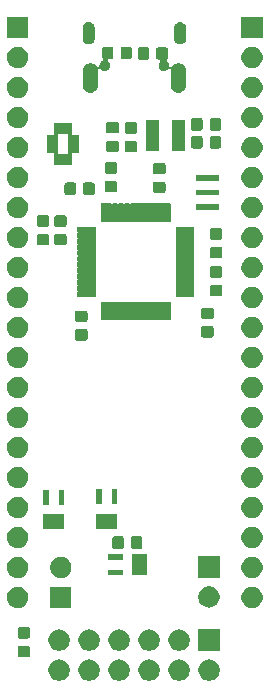
<source format=gbs>
G04 #@! TF.GenerationSoftware,KiCad,Pcbnew,(5.1.5-0-10_14)*
G04 #@! TF.CreationDate,2020-08-07T08:21:10-07:00*
G04 #@! TF.ProjectId,raptor,72617074-6f72-42e6-9b69-6361645f7063,rev?*
G04 #@! TF.SameCoordinates,Original*
G04 #@! TF.FileFunction,Soldermask,Bot*
G04 #@! TF.FilePolarity,Negative*
%FSLAX46Y46*%
G04 Gerber Fmt 4.6, Leading zero omitted, Abs format (unit mm)*
G04 Created by KiCad (PCBNEW (5.1.5-0-10_14)) date 2020-08-07 08:21:10*
%MOMM*%
%LPD*%
G04 APERTURE LIST*
%ADD10C,0.100000*%
G04 APERTURE END LIST*
D10*
G36*
X154733512Y-138893927D02*
G01*
X154882812Y-138923624D01*
X155046784Y-138991544D01*
X155194354Y-139090147D01*
X155319853Y-139215646D01*
X155418456Y-139363216D01*
X155486376Y-139527188D01*
X155521000Y-139701259D01*
X155521000Y-139878741D01*
X155486376Y-140052812D01*
X155418456Y-140216784D01*
X155319853Y-140364354D01*
X155194354Y-140489853D01*
X155046784Y-140588456D01*
X154882812Y-140656376D01*
X154733512Y-140686073D01*
X154708742Y-140691000D01*
X154531258Y-140691000D01*
X154506488Y-140686073D01*
X154357188Y-140656376D01*
X154193216Y-140588456D01*
X154045646Y-140489853D01*
X153920147Y-140364354D01*
X153821544Y-140216784D01*
X153753624Y-140052812D01*
X153719000Y-139878741D01*
X153719000Y-139701259D01*
X153753624Y-139527188D01*
X153821544Y-139363216D01*
X153920147Y-139215646D01*
X154045646Y-139090147D01*
X154193216Y-138991544D01*
X154357188Y-138923624D01*
X154506488Y-138893927D01*
X154531258Y-138889000D01*
X154708742Y-138889000D01*
X154733512Y-138893927D01*
G37*
G36*
X152193512Y-138893927D02*
G01*
X152342812Y-138923624D01*
X152506784Y-138991544D01*
X152654354Y-139090147D01*
X152779853Y-139215646D01*
X152878456Y-139363216D01*
X152946376Y-139527188D01*
X152981000Y-139701259D01*
X152981000Y-139878741D01*
X152946376Y-140052812D01*
X152878456Y-140216784D01*
X152779853Y-140364354D01*
X152654354Y-140489853D01*
X152506784Y-140588456D01*
X152342812Y-140656376D01*
X152193512Y-140686073D01*
X152168742Y-140691000D01*
X151991258Y-140691000D01*
X151966488Y-140686073D01*
X151817188Y-140656376D01*
X151653216Y-140588456D01*
X151505646Y-140489853D01*
X151380147Y-140364354D01*
X151281544Y-140216784D01*
X151213624Y-140052812D01*
X151179000Y-139878741D01*
X151179000Y-139701259D01*
X151213624Y-139527188D01*
X151281544Y-139363216D01*
X151380147Y-139215646D01*
X151505646Y-139090147D01*
X151653216Y-138991544D01*
X151817188Y-138923624D01*
X151966488Y-138893927D01*
X151991258Y-138889000D01*
X152168742Y-138889000D01*
X152193512Y-138893927D01*
G37*
G36*
X149653512Y-138893927D02*
G01*
X149802812Y-138923624D01*
X149966784Y-138991544D01*
X150114354Y-139090147D01*
X150239853Y-139215646D01*
X150338456Y-139363216D01*
X150406376Y-139527188D01*
X150441000Y-139701259D01*
X150441000Y-139878741D01*
X150406376Y-140052812D01*
X150338456Y-140216784D01*
X150239853Y-140364354D01*
X150114354Y-140489853D01*
X149966784Y-140588456D01*
X149802812Y-140656376D01*
X149653512Y-140686073D01*
X149628742Y-140691000D01*
X149451258Y-140691000D01*
X149426488Y-140686073D01*
X149277188Y-140656376D01*
X149113216Y-140588456D01*
X148965646Y-140489853D01*
X148840147Y-140364354D01*
X148741544Y-140216784D01*
X148673624Y-140052812D01*
X148639000Y-139878741D01*
X148639000Y-139701259D01*
X148673624Y-139527188D01*
X148741544Y-139363216D01*
X148840147Y-139215646D01*
X148965646Y-139090147D01*
X149113216Y-138991544D01*
X149277188Y-138923624D01*
X149426488Y-138893927D01*
X149451258Y-138889000D01*
X149628742Y-138889000D01*
X149653512Y-138893927D01*
G37*
G36*
X147113512Y-138893927D02*
G01*
X147262812Y-138923624D01*
X147426784Y-138991544D01*
X147574354Y-139090147D01*
X147699853Y-139215646D01*
X147798456Y-139363216D01*
X147866376Y-139527188D01*
X147901000Y-139701259D01*
X147901000Y-139878741D01*
X147866376Y-140052812D01*
X147798456Y-140216784D01*
X147699853Y-140364354D01*
X147574354Y-140489853D01*
X147426784Y-140588456D01*
X147262812Y-140656376D01*
X147113512Y-140686073D01*
X147088742Y-140691000D01*
X146911258Y-140691000D01*
X146886488Y-140686073D01*
X146737188Y-140656376D01*
X146573216Y-140588456D01*
X146425646Y-140489853D01*
X146300147Y-140364354D01*
X146201544Y-140216784D01*
X146133624Y-140052812D01*
X146099000Y-139878741D01*
X146099000Y-139701259D01*
X146133624Y-139527188D01*
X146201544Y-139363216D01*
X146300147Y-139215646D01*
X146425646Y-139090147D01*
X146573216Y-138991544D01*
X146737188Y-138923624D01*
X146886488Y-138893927D01*
X146911258Y-138889000D01*
X147088742Y-138889000D01*
X147113512Y-138893927D01*
G37*
G36*
X144573512Y-138893927D02*
G01*
X144722812Y-138923624D01*
X144886784Y-138991544D01*
X145034354Y-139090147D01*
X145159853Y-139215646D01*
X145258456Y-139363216D01*
X145326376Y-139527188D01*
X145361000Y-139701259D01*
X145361000Y-139878741D01*
X145326376Y-140052812D01*
X145258456Y-140216784D01*
X145159853Y-140364354D01*
X145034354Y-140489853D01*
X144886784Y-140588456D01*
X144722812Y-140656376D01*
X144573512Y-140686073D01*
X144548742Y-140691000D01*
X144371258Y-140691000D01*
X144346488Y-140686073D01*
X144197188Y-140656376D01*
X144033216Y-140588456D01*
X143885646Y-140489853D01*
X143760147Y-140364354D01*
X143661544Y-140216784D01*
X143593624Y-140052812D01*
X143559000Y-139878741D01*
X143559000Y-139701259D01*
X143593624Y-139527188D01*
X143661544Y-139363216D01*
X143760147Y-139215646D01*
X143885646Y-139090147D01*
X144033216Y-138991544D01*
X144197188Y-138923624D01*
X144346488Y-138893927D01*
X144371258Y-138889000D01*
X144548742Y-138889000D01*
X144573512Y-138893927D01*
G37*
G36*
X142033512Y-138893927D02*
G01*
X142182812Y-138923624D01*
X142346784Y-138991544D01*
X142494354Y-139090147D01*
X142619853Y-139215646D01*
X142718456Y-139363216D01*
X142786376Y-139527188D01*
X142821000Y-139701259D01*
X142821000Y-139878741D01*
X142786376Y-140052812D01*
X142718456Y-140216784D01*
X142619853Y-140364354D01*
X142494354Y-140489853D01*
X142346784Y-140588456D01*
X142182812Y-140656376D01*
X142033512Y-140686073D01*
X142008742Y-140691000D01*
X141831258Y-140691000D01*
X141806488Y-140686073D01*
X141657188Y-140656376D01*
X141493216Y-140588456D01*
X141345646Y-140489853D01*
X141220147Y-140364354D01*
X141121544Y-140216784D01*
X141053624Y-140052812D01*
X141019000Y-139878741D01*
X141019000Y-139701259D01*
X141053624Y-139527188D01*
X141121544Y-139363216D01*
X141220147Y-139215646D01*
X141345646Y-139090147D01*
X141493216Y-138991544D01*
X141657188Y-138923624D01*
X141806488Y-138893927D01*
X141831258Y-138889000D01*
X142008742Y-138889000D01*
X142033512Y-138893927D01*
G37*
G36*
X139317591Y-137717085D02*
G01*
X139351569Y-137727393D01*
X139382890Y-137744134D01*
X139410339Y-137766661D01*
X139432866Y-137794110D01*
X139449607Y-137825431D01*
X139459915Y-137859409D01*
X139464000Y-137900890D01*
X139464000Y-138502110D01*
X139459915Y-138543591D01*
X139449607Y-138577569D01*
X139432866Y-138608890D01*
X139410339Y-138636339D01*
X139382890Y-138658866D01*
X139351569Y-138675607D01*
X139317591Y-138685915D01*
X139276110Y-138690000D01*
X138599890Y-138690000D01*
X138558409Y-138685915D01*
X138524431Y-138675607D01*
X138493110Y-138658866D01*
X138465661Y-138636339D01*
X138443134Y-138608890D01*
X138426393Y-138577569D01*
X138416085Y-138543591D01*
X138412000Y-138502110D01*
X138412000Y-137900890D01*
X138416085Y-137859409D01*
X138426393Y-137825431D01*
X138443134Y-137794110D01*
X138465661Y-137766661D01*
X138493110Y-137744134D01*
X138524431Y-137727393D01*
X138558409Y-137717085D01*
X138599890Y-137713000D01*
X139276110Y-137713000D01*
X139317591Y-137717085D01*
G37*
G36*
X155521000Y-138151000D02*
G01*
X153719000Y-138151000D01*
X153719000Y-136349000D01*
X155521000Y-136349000D01*
X155521000Y-138151000D01*
G37*
G36*
X152193512Y-136353927D02*
G01*
X152342812Y-136383624D01*
X152506784Y-136451544D01*
X152654354Y-136550147D01*
X152779853Y-136675646D01*
X152878456Y-136823216D01*
X152946376Y-136987188D01*
X152981000Y-137161259D01*
X152981000Y-137338741D01*
X152946376Y-137512812D01*
X152878456Y-137676784D01*
X152779853Y-137824354D01*
X152654354Y-137949853D01*
X152506784Y-138048456D01*
X152342812Y-138116376D01*
X152193512Y-138146073D01*
X152168742Y-138151000D01*
X151991258Y-138151000D01*
X151966488Y-138146073D01*
X151817188Y-138116376D01*
X151653216Y-138048456D01*
X151505646Y-137949853D01*
X151380147Y-137824354D01*
X151281544Y-137676784D01*
X151213624Y-137512812D01*
X151179000Y-137338741D01*
X151179000Y-137161259D01*
X151213624Y-136987188D01*
X151281544Y-136823216D01*
X151380147Y-136675646D01*
X151505646Y-136550147D01*
X151653216Y-136451544D01*
X151817188Y-136383624D01*
X151966488Y-136353927D01*
X151991258Y-136349000D01*
X152168742Y-136349000D01*
X152193512Y-136353927D01*
G37*
G36*
X149653512Y-136353927D02*
G01*
X149802812Y-136383624D01*
X149966784Y-136451544D01*
X150114354Y-136550147D01*
X150239853Y-136675646D01*
X150338456Y-136823216D01*
X150406376Y-136987188D01*
X150441000Y-137161259D01*
X150441000Y-137338741D01*
X150406376Y-137512812D01*
X150338456Y-137676784D01*
X150239853Y-137824354D01*
X150114354Y-137949853D01*
X149966784Y-138048456D01*
X149802812Y-138116376D01*
X149653512Y-138146073D01*
X149628742Y-138151000D01*
X149451258Y-138151000D01*
X149426488Y-138146073D01*
X149277188Y-138116376D01*
X149113216Y-138048456D01*
X148965646Y-137949853D01*
X148840147Y-137824354D01*
X148741544Y-137676784D01*
X148673624Y-137512812D01*
X148639000Y-137338741D01*
X148639000Y-137161259D01*
X148673624Y-136987188D01*
X148741544Y-136823216D01*
X148840147Y-136675646D01*
X148965646Y-136550147D01*
X149113216Y-136451544D01*
X149277188Y-136383624D01*
X149426488Y-136353927D01*
X149451258Y-136349000D01*
X149628742Y-136349000D01*
X149653512Y-136353927D01*
G37*
G36*
X147113512Y-136353927D02*
G01*
X147262812Y-136383624D01*
X147426784Y-136451544D01*
X147574354Y-136550147D01*
X147699853Y-136675646D01*
X147798456Y-136823216D01*
X147866376Y-136987188D01*
X147901000Y-137161259D01*
X147901000Y-137338741D01*
X147866376Y-137512812D01*
X147798456Y-137676784D01*
X147699853Y-137824354D01*
X147574354Y-137949853D01*
X147426784Y-138048456D01*
X147262812Y-138116376D01*
X147113512Y-138146073D01*
X147088742Y-138151000D01*
X146911258Y-138151000D01*
X146886488Y-138146073D01*
X146737188Y-138116376D01*
X146573216Y-138048456D01*
X146425646Y-137949853D01*
X146300147Y-137824354D01*
X146201544Y-137676784D01*
X146133624Y-137512812D01*
X146099000Y-137338741D01*
X146099000Y-137161259D01*
X146133624Y-136987188D01*
X146201544Y-136823216D01*
X146300147Y-136675646D01*
X146425646Y-136550147D01*
X146573216Y-136451544D01*
X146737188Y-136383624D01*
X146886488Y-136353927D01*
X146911258Y-136349000D01*
X147088742Y-136349000D01*
X147113512Y-136353927D01*
G37*
G36*
X144573512Y-136353927D02*
G01*
X144722812Y-136383624D01*
X144886784Y-136451544D01*
X145034354Y-136550147D01*
X145159853Y-136675646D01*
X145258456Y-136823216D01*
X145326376Y-136987188D01*
X145361000Y-137161259D01*
X145361000Y-137338741D01*
X145326376Y-137512812D01*
X145258456Y-137676784D01*
X145159853Y-137824354D01*
X145034354Y-137949853D01*
X144886784Y-138048456D01*
X144722812Y-138116376D01*
X144573512Y-138146073D01*
X144548742Y-138151000D01*
X144371258Y-138151000D01*
X144346488Y-138146073D01*
X144197188Y-138116376D01*
X144033216Y-138048456D01*
X143885646Y-137949853D01*
X143760147Y-137824354D01*
X143661544Y-137676784D01*
X143593624Y-137512812D01*
X143559000Y-137338741D01*
X143559000Y-137161259D01*
X143593624Y-136987188D01*
X143661544Y-136823216D01*
X143760147Y-136675646D01*
X143885646Y-136550147D01*
X144033216Y-136451544D01*
X144197188Y-136383624D01*
X144346488Y-136353927D01*
X144371258Y-136349000D01*
X144548742Y-136349000D01*
X144573512Y-136353927D01*
G37*
G36*
X142033512Y-136353927D02*
G01*
X142182812Y-136383624D01*
X142346784Y-136451544D01*
X142494354Y-136550147D01*
X142619853Y-136675646D01*
X142718456Y-136823216D01*
X142786376Y-136987188D01*
X142821000Y-137161259D01*
X142821000Y-137338741D01*
X142786376Y-137512812D01*
X142718456Y-137676784D01*
X142619853Y-137824354D01*
X142494354Y-137949853D01*
X142346784Y-138048456D01*
X142182812Y-138116376D01*
X142033512Y-138146073D01*
X142008742Y-138151000D01*
X141831258Y-138151000D01*
X141806488Y-138146073D01*
X141657188Y-138116376D01*
X141493216Y-138048456D01*
X141345646Y-137949853D01*
X141220147Y-137824354D01*
X141121544Y-137676784D01*
X141053624Y-137512812D01*
X141019000Y-137338741D01*
X141019000Y-137161259D01*
X141053624Y-136987188D01*
X141121544Y-136823216D01*
X141220147Y-136675646D01*
X141345646Y-136550147D01*
X141493216Y-136451544D01*
X141657188Y-136383624D01*
X141806488Y-136353927D01*
X141831258Y-136349000D01*
X142008742Y-136349000D01*
X142033512Y-136353927D01*
G37*
G36*
X139317591Y-136142085D02*
G01*
X139351569Y-136152393D01*
X139382890Y-136169134D01*
X139410339Y-136191661D01*
X139432866Y-136219110D01*
X139449607Y-136250431D01*
X139459915Y-136284409D01*
X139464000Y-136325890D01*
X139464000Y-136927110D01*
X139459915Y-136968591D01*
X139449607Y-137002569D01*
X139432866Y-137033890D01*
X139410339Y-137061339D01*
X139382890Y-137083866D01*
X139351569Y-137100607D01*
X139317591Y-137110915D01*
X139276110Y-137115000D01*
X138599890Y-137115000D01*
X138558409Y-137110915D01*
X138524431Y-137100607D01*
X138493110Y-137083866D01*
X138465661Y-137061339D01*
X138443134Y-137033890D01*
X138426393Y-137002569D01*
X138416085Y-136968591D01*
X138412000Y-136927110D01*
X138412000Y-136325890D01*
X138416085Y-136284409D01*
X138426393Y-136250431D01*
X138443134Y-136219110D01*
X138465661Y-136191661D01*
X138493110Y-136169134D01*
X138524431Y-136152393D01*
X138558409Y-136142085D01*
X138599890Y-136138000D01*
X139276110Y-136138000D01*
X139317591Y-136142085D01*
G37*
G36*
X142961000Y-134541000D02*
G01*
X141159000Y-134541000D01*
X141159000Y-132739000D01*
X142961000Y-132739000D01*
X142961000Y-134541000D01*
G37*
G36*
X158357921Y-132739000D02*
G01*
X158517412Y-132770724D01*
X158681384Y-132838644D01*
X158828954Y-132937247D01*
X158954453Y-133062746D01*
X159053056Y-133210316D01*
X159120976Y-133374288D01*
X159155600Y-133548359D01*
X159155600Y-133725841D01*
X159120976Y-133899912D01*
X159053056Y-134063884D01*
X158954453Y-134211454D01*
X158828954Y-134336953D01*
X158681384Y-134435556D01*
X158517412Y-134503476D01*
X158379036Y-134531000D01*
X158343342Y-134538100D01*
X158165858Y-134538100D01*
X158130164Y-134531000D01*
X157991788Y-134503476D01*
X157827816Y-134435556D01*
X157680246Y-134336953D01*
X157554747Y-134211454D01*
X157456144Y-134063884D01*
X157388224Y-133899912D01*
X157353600Y-133725841D01*
X157353600Y-133548359D01*
X157388224Y-133374288D01*
X157456144Y-133210316D01*
X157554747Y-133062746D01*
X157680246Y-132937247D01*
X157827816Y-132838644D01*
X157991788Y-132770724D01*
X158151279Y-132739000D01*
X158165858Y-132736100D01*
X158343342Y-132736100D01*
X158357921Y-132739000D01*
G37*
G36*
X138523512Y-132733927D02*
G01*
X138672812Y-132763624D01*
X138836784Y-132831544D01*
X138984354Y-132930147D01*
X139109853Y-133055646D01*
X139208456Y-133203216D01*
X139276376Y-133367188D01*
X139311000Y-133541259D01*
X139311000Y-133718741D01*
X139276376Y-133892812D01*
X139208456Y-134056784D01*
X139109853Y-134204354D01*
X138984354Y-134329853D01*
X138836784Y-134428456D01*
X138672812Y-134496376D01*
X138523512Y-134526073D01*
X138498742Y-134531000D01*
X138321258Y-134531000D01*
X138296488Y-134526073D01*
X138147188Y-134496376D01*
X137983216Y-134428456D01*
X137835646Y-134329853D01*
X137710147Y-134204354D01*
X137611544Y-134056784D01*
X137543624Y-133892812D01*
X137509000Y-133718741D01*
X137509000Y-133541259D01*
X137543624Y-133367188D01*
X137611544Y-133203216D01*
X137710147Y-133055646D01*
X137835646Y-132930147D01*
X137983216Y-132831544D01*
X138147188Y-132763624D01*
X138296488Y-132733927D01*
X138321258Y-132729000D01*
X138498742Y-132729000D01*
X138523512Y-132733927D01*
G37*
G36*
X154713512Y-132693927D02*
G01*
X154862812Y-132723624D01*
X155026784Y-132791544D01*
X155174354Y-132890147D01*
X155299853Y-133015646D01*
X155398456Y-133163216D01*
X155466376Y-133327188D01*
X155501000Y-133501259D01*
X155501000Y-133678741D01*
X155466376Y-133852812D01*
X155398456Y-134016784D01*
X155299853Y-134164354D01*
X155174354Y-134289853D01*
X155026784Y-134388456D01*
X154862812Y-134456376D01*
X154713512Y-134486073D01*
X154688742Y-134491000D01*
X154511258Y-134491000D01*
X154486488Y-134486073D01*
X154337188Y-134456376D01*
X154173216Y-134388456D01*
X154025646Y-134289853D01*
X153900147Y-134164354D01*
X153801544Y-134016784D01*
X153733624Y-133852812D01*
X153699000Y-133678741D01*
X153699000Y-133501259D01*
X153733624Y-133327188D01*
X153801544Y-133163216D01*
X153900147Y-133015646D01*
X154025646Y-132890147D01*
X154173216Y-132791544D01*
X154337188Y-132723624D01*
X154486488Y-132693927D01*
X154511258Y-132689000D01*
X154688742Y-132689000D01*
X154713512Y-132693927D01*
G37*
G36*
X142173512Y-130203927D02*
G01*
X142322812Y-130233624D01*
X142486784Y-130301544D01*
X142634354Y-130400147D01*
X142759853Y-130525646D01*
X142858456Y-130673216D01*
X142926376Y-130837188D01*
X142961000Y-131011259D01*
X142961000Y-131188741D01*
X142926376Y-131362812D01*
X142858456Y-131526784D01*
X142759853Y-131674354D01*
X142634354Y-131799853D01*
X142486784Y-131898456D01*
X142322812Y-131966376D01*
X142173512Y-131996073D01*
X142148742Y-132001000D01*
X141971258Y-132001000D01*
X141946488Y-131996073D01*
X141797188Y-131966376D01*
X141633216Y-131898456D01*
X141485646Y-131799853D01*
X141360147Y-131674354D01*
X141261544Y-131526784D01*
X141193624Y-131362812D01*
X141159000Y-131188741D01*
X141159000Y-131011259D01*
X141193624Y-130837188D01*
X141261544Y-130673216D01*
X141360147Y-130525646D01*
X141485646Y-130400147D01*
X141633216Y-130301544D01*
X141797188Y-130233624D01*
X141946488Y-130203927D01*
X141971258Y-130199000D01*
X142148742Y-130199000D01*
X142173512Y-130203927D01*
G37*
G36*
X158357921Y-130199000D02*
G01*
X158517412Y-130230724D01*
X158681384Y-130298644D01*
X158828954Y-130397247D01*
X158954453Y-130522746D01*
X159053056Y-130670316D01*
X159120976Y-130834288D01*
X159155600Y-131008359D01*
X159155600Y-131185841D01*
X159120976Y-131359912D01*
X159053056Y-131523884D01*
X158954453Y-131671454D01*
X158828954Y-131796953D01*
X158681384Y-131895556D01*
X158517412Y-131963476D01*
X158379036Y-131991000D01*
X158343342Y-131998100D01*
X158165858Y-131998100D01*
X158130164Y-131991000D01*
X157991788Y-131963476D01*
X157827816Y-131895556D01*
X157680246Y-131796953D01*
X157554747Y-131671454D01*
X157456144Y-131523884D01*
X157388224Y-131359912D01*
X157353600Y-131185841D01*
X157353600Y-131008359D01*
X157388224Y-130834288D01*
X157456144Y-130670316D01*
X157554747Y-130522746D01*
X157680246Y-130397247D01*
X157827816Y-130298644D01*
X157991788Y-130230724D01*
X158151279Y-130199000D01*
X158165858Y-130196100D01*
X158343342Y-130196100D01*
X158357921Y-130199000D01*
G37*
G36*
X138523512Y-130193927D02*
G01*
X138672812Y-130223624D01*
X138836784Y-130291544D01*
X138984354Y-130390147D01*
X139109853Y-130515646D01*
X139208456Y-130663216D01*
X139276376Y-130827188D01*
X139311000Y-131001259D01*
X139311000Y-131178741D01*
X139276376Y-131352812D01*
X139208456Y-131516784D01*
X139109853Y-131664354D01*
X138984354Y-131789853D01*
X138836784Y-131888456D01*
X138672812Y-131956376D01*
X138523512Y-131986073D01*
X138498742Y-131991000D01*
X138321258Y-131991000D01*
X138296488Y-131986073D01*
X138147188Y-131956376D01*
X137983216Y-131888456D01*
X137835646Y-131789853D01*
X137710147Y-131664354D01*
X137611544Y-131516784D01*
X137543624Y-131352812D01*
X137509000Y-131178741D01*
X137509000Y-131001259D01*
X137543624Y-130827188D01*
X137611544Y-130663216D01*
X137710147Y-130515646D01*
X137835646Y-130390147D01*
X137983216Y-130291544D01*
X138147188Y-130223624D01*
X138296488Y-130193927D01*
X138321258Y-130189000D01*
X138498742Y-130189000D01*
X138523512Y-130193927D01*
G37*
G36*
X155501000Y-131951000D02*
G01*
X153699000Y-131951000D01*
X153699000Y-130149000D01*
X155501000Y-130149000D01*
X155501000Y-131951000D01*
G37*
G36*
X147294800Y-131750000D02*
G01*
X146024400Y-131750000D01*
X146024400Y-131292400D01*
X147294800Y-131292400D01*
X147294800Y-131750000D01*
G37*
G36*
X149377600Y-131750000D02*
G01*
X148107200Y-131750000D01*
X148107200Y-129971600D01*
X149377600Y-129971600D01*
X149377600Y-131750000D01*
G37*
G36*
X147294800Y-130429200D02*
G01*
X146024400Y-130429200D01*
X146024400Y-129971600D01*
X147294800Y-129971600D01*
X147294800Y-130429200D01*
G37*
G36*
X147255491Y-128459285D02*
G01*
X147289469Y-128469593D01*
X147320790Y-128486334D01*
X147348239Y-128508861D01*
X147370766Y-128536310D01*
X147387507Y-128567631D01*
X147397815Y-128601609D01*
X147401900Y-128643090D01*
X147401900Y-129319310D01*
X147397815Y-129360791D01*
X147387507Y-129394769D01*
X147370766Y-129426090D01*
X147348239Y-129453539D01*
X147320790Y-129476066D01*
X147289469Y-129492807D01*
X147255491Y-129503115D01*
X147214010Y-129507200D01*
X146612790Y-129507200D01*
X146571309Y-129503115D01*
X146537331Y-129492807D01*
X146506010Y-129476066D01*
X146478561Y-129453539D01*
X146456034Y-129426090D01*
X146439293Y-129394769D01*
X146428985Y-129360791D01*
X146424900Y-129319310D01*
X146424900Y-128643090D01*
X146428985Y-128601609D01*
X146439293Y-128567631D01*
X146456034Y-128536310D01*
X146478561Y-128508861D01*
X146506010Y-128486334D01*
X146537331Y-128469593D01*
X146571309Y-128459285D01*
X146612790Y-128455200D01*
X147214010Y-128455200D01*
X147255491Y-128459285D01*
G37*
G36*
X148830491Y-128459285D02*
G01*
X148864469Y-128469593D01*
X148895790Y-128486334D01*
X148923239Y-128508861D01*
X148945766Y-128536310D01*
X148962507Y-128567631D01*
X148972815Y-128601609D01*
X148976900Y-128643090D01*
X148976900Y-129319310D01*
X148972815Y-129360791D01*
X148962507Y-129394769D01*
X148945766Y-129426090D01*
X148923239Y-129453539D01*
X148895790Y-129476066D01*
X148864469Y-129492807D01*
X148830491Y-129503115D01*
X148789010Y-129507200D01*
X148187790Y-129507200D01*
X148146309Y-129503115D01*
X148112331Y-129492807D01*
X148081010Y-129476066D01*
X148053561Y-129453539D01*
X148031034Y-129426090D01*
X148014293Y-129394769D01*
X148003985Y-129360791D01*
X147999900Y-129319310D01*
X147999900Y-128643090D01*
X148003985Y-128601609D01*
X148014293Y-128567631D01*
X148031034Y-128536310D01*
X148053561Y-128508861D01*
X148081010Y-128486334D01*
X148112331Y-128469593D01*
X148146309Y-128459285D01*
X148187790Y-128455200D01*
X148789010Y-128455200D01*
X148830491Y-128459285D01*
G37*
G36*
X158368112Y-127661027D02*
G01*
X158517412Y-127690724D01*
X158681384Y-127758644D01*
X158828954Y-127857247D01*
X158954453Y-127982746D01*
X159053056Y-128130316D01*
X159120976Y-128294288D01*
X159155600Y-128468359D01*
X159155600Y-128645841D01*
X159120976Y-128819912D01*
X159053056Y-128983884D01*
X158954453Y-129131454D01*
X158828954Y-129256953D01*
X158681384Y-129355556D01*
X158517412Y-129423476D01*
X158379036Y-129451000D01*
X158343342Y-129458100D01*
X158165858Y-129458100D01*
X158130164Y-129451000D01*
X157991788Y-129423476D01*
X157827816Y-129355556D01*
X157680246Y-129256953D01*
X157554747Y-129131454D01*
X157456144Y-128983884D01*
X157388224Y-128819912D01*
X157353600Y-128645841D01*
X157353600Y-128468359D01*
X157388224Y-128294288D01*
X157456144Y-128130316D01*
X157554747Y-127982746D01*
X157680246Y-127857247D01*
X157827816Y-127758644D01*
X157991788Y-127690724D01*
X158141088Y-127661027D01*
X158165858Y-127656100D01*
X158343342Y-127656100D01*
X158368112Y-127661027D01*
G37*
G36*
X138523512Y-127653927D02*
G01*
X138672812Y-127683624D01*
X138836784Y-127751544D01*
X138984354Y-127850147D01*
X139109853Y-127975646D01*
X139208456Y-128123216D01*
X139276376Y-128287188D01*
X139306073Y-128436488D01*
X139310608Y-128459285D01*
X139311000Y-128461259D01*
X139311000Y-128638741D01*
X139276376Y-128812812D01*
X139208456Y-128976784D01*
X139109853Y-129124354D01*
X138984354Y-129249853D01*
X138836784Y-129348456D01*
X138672812Y-129416376D01*
X138523512Y-129446073D01*
X138498742Y-129451000D01*
X138321258Y-129451000D01*
X138296488Y-129446073D01*
X138147188Y-129416376D01*
X137983216Y-129348456D01*
X137835646Y-129249853D01*
X137710147Y-129124354D01*
X137611544Y-128976784D01*
X137543624Y-128812812D01*
X137509000Y-128638741D01*
X137509000Y-128461259D01*
X137509393Y-128459285D01*
X137513927Y-128436488D01*
X137543624Y-128287188D01*
X137611544Y-128123216D01*
X137710147Y-127975646D01*
X137835646Y-127850147D01*
X137983216Y-127751544D01*
X138147188Y-127683624D01*
X138296488Y-127653927D01*
X138321258Y-127649000D01*
X138498742Y-127649000D01*
X138523512Y-127653927D01*
G37*
G36*
X142367200Y-127863800D02*
G01*
X140588800Y-127863800D01*
X140588800Y-126593400D01*
X142367200Y-126593400D01*
X142367200Y-127863800D01*
G37*
G36*
X146837600Y-127813000D02*
G01*
X145059200Y-127813000D01*
X145059200Y-126542600D01*
X146837600Y-126542600D01*
X146837600Y-127813000D01*
G37*
G36*
X158368112Y-125121027D02*
G01*
X158517412Y-125150724D01*
X158681384Y-125218644D01*
X158828954Y-125317247D01*
X158954453Y-125442746D01*
X159053056Y-125590316D01*
X159120976Y-125754288D01*
X159155600Y-125928359D01*
X159155600Y-126105841D01*
X159120976Y-126279912D01*
X159053056Y-126443884D01*
X158954453Y-126591454D01*
X158828954Y-126716953D01*
X158681384Y-126815556D01*
X158517412Y-126883476D01*
X158379036Y-126911000D01*
X158343342Y-126918100D01*
X158165858Y-126918100D01*
X158130164Y-126911000D01*
X157991788Y-126883476D01*
X157827816Y-126815556D01*
X157680246Y-126716953D01*
X157554747Y-126591454D01*
X157456144Y-126443884D01*
X157388224Y-126279912D01*
X157353600Y-126105841D01*
X157353600Y-125928359D01*
X157388224Y-125754288D01*
X157456144Y-125590316D01*
X157554747Y-125442746D01*
X157680246Y-125317247D01*
X157827816Y-125218644D01*
X157991788Y-125150724D01*
X158141088Y-125121027D01*
X158165858Y-125116100D01*
X158343342Y-125116100D01*
X158368112Y-125121027D01*
G37*
G36*
X138523512Y-125113927D02*
G01*
X138672812Y-125143624D01*
X138836784Y-125211544D01*
X138984354Y-125310147D01*
X139109853Y-125435646D01*
X139208456Y-125583216D01*
X139276376Y-125747188D01*
X139311000Y-125921259D01*
X139311000Y-126098741D01*
X139276376Y-126272812D01*
X139208456Y-126436784D01*
X139109853Y-126584354D01*
X138984354Y-126709853D01*
X138836784Y-126808456D01*
X138672812Y-126876376D01*
X138523512Y-126906073D01*
X138498742Y-126911000D01*
X138321258Y-126911000D01*
X138296488Y-126906073D01*
X138147188Y-126876376D01*
X137983216Y-126808456D01*
X137835646Y-126709853D01*
X137710147Y-126584354D01*
X137611544Y-126436784D01*
X137543624Y-126272812D01*
X137509000Y-126098741D01*
X137509000Y-125921259D01*
X137543624Y-125747188D01*
X137611544Y-125583216D01*
X137710147Y-125435646D01*
X137835646Y-125310147D01*
X137983216Y-125211544D01*
X138147188Y-125143624D01*
X138296488Y-125113927D01*
X138321258Y-125109000D01*
X138498742Y-125109000D01*
X138523512Y-125113927D01*
G37*
G36*
X141046400Y-125781000D02*
G01*
X140588800Y-125781000D01*
X140588800Y-124510600D01*
X141046400Y-124510600D01*
X141046400Y-125781000D01*
G37*
G36*
X142367200Y-125781000D02*
G01*
X141909600Y-125781000D01*
X141909600Y-124510600D01*
X142367200Y-124510600D01*
X142367200Y-125781000D01*
G37*
G36*
X145516800Y-125730200D02*
G01*
X145059200Y-125730200D01*
X145059200Y-124459800D01*
X145516800Y-124459800D01*
X145516800Y-125730200D01*
G37*
G36*
X146837600Y-125730200D02*
G01*
X146380000Y-125730200D01*
X146380000Y-124459800D01*
X146837600Y-124459800D01*
X146837600Y-125730200D01*
G37*
G36*
X158368112Y-122581027D02*
G01*
X158517412Y-122610724D01*
X158681384Y-122678644D01*
X158828954Y-122777247D01*
X158954453Y-122902746D01*
X159053056Y-123050316D01*
X159120976Y-123214288D01*
X159155600Y-123388359D01*
X159155600Y-123565841D01*
X159120976Y-123739912D01*
X159053056Y-123903884D01*
X158954453Y-124051454D01*
X158828954Y-124176953D01*
X158681384Y-124275556D01*
X158517412Y-124343476D01*
X158379036Y-124371000D01*
X158343342Y-124378100D01*
X158165858Y-124378100D01*
X158130164Y-124371000D01*
X157991788Y-124343476D01*
X157827816Y-124275556D01*
X157680246Y-124176953D01*
X157554747Y-124051454D01*
X157456144Y-123903884D01*
X157388224Y-123739912D01*
X157353600Y-123565841D01*
X157353600Y-123388359D01*
X157388224Y-123214288D01*
X157456144Y-123050316D01*
X157554747Y-122902746D01*
X157680246Y-122777247D01*
X157827816Y-122678644D01*
X157991788Y-122610724D01*
X158141088Y-122581027D01*
X158165858Y-122576100D01*
X158343342Y-122576100D01*
X158368112Y-122581027D01*
G37*
G36*
X138523512Y-122573927D02*
G01*
X138672812Y-122603624D01*
X138836784Y-122671544D01*
X138984354Y-122770147D01*
X139109853Y-122895646D01*
X139208456Y-123043216D01*
X139276376Y-123207188D01*
X139311000Y-123381259D01*
X139311000Y-123558741D01*
X139276376Y-123732812D01*
X139208456Y-123896784D01*
X139109853Y-124044354D01*
X138984354Y-124169853D01*
X138836784Y-124268456D01*
X138672812Y-124336376D01*
X138523512Y-124366073D01*
X138498742Y-124371000D01*
X138321258Y-124371000D01*
X138296488Y-124366073D01*
X138147188Y-124336376D01*
X137983216Y-124268456D01*
X137835646Y-124169853D01*
X137710147Y-124044354D01*
X137611544Y-123896784D01*
X137543624Y-123732812D01*
X137509000Y-123558741D01*
X137509000Y-123381259D01*
X137543624Y-123207188D01*
X137611544Y-123043216D01*
X137710147Y-122895646D01*
X137835646Y-122770147D01*
X137983216Y-122671544D01*
X138147188Y-122603624D01*
X138296488Y-122573927D01*
X138321258Y-122569000D01*
X138498742Y-122569000D01*
X138523512Y-122573927D01*
G37*
G36*
X158368112Y-120041027D02*
G01*
X158517412Y-120070724D01*
X158681384Y-120138644D01*
X158828954Y-120237247D01*
X158954453Y-120362746D01*
X159053056Y-120510316D01*
X159120976Y-120674288D01*
X159155600Y-120848359D01*
X159155600Y-121025841D01*
X159120976Y-121199912D01*
X159053056Y-121363884D01*
X158954453Y-121511454D01*
X158828954Y-121636953D01*
X158681384Y-121735556D01*
X158517412Y-121803476D01*
X158379036Y-121831000D01*
X158343342Y-121838100D01*
X158165858Y-121838100D01*
X158130164Y-121831000D01*
X157991788Y-121803476D01*
X157827816Y-121735556D01*
X157680246Y-121636953D01*
X157554747Y-121511454D01*
X157456144Y-121363884D01*
X157388224Y-121199912D01*
X157353600Y-121025841D01*
X157353600Y-120848359D01*
X157388224Y-120674288D01*
X157456144Y-120510316D01*
X157554747Y-120362746D01*
X157680246Y-120237247D01*
X157827816Y-120138644D01*
X157991788Y-120070724D01*
X158141088Y-120041027D01*
X158165858Y-120036100D01*
X158343342Y-120036100D01*
X158368112Y-120041027D01*
G37*
G36*
X138523512Y-120033927D02*
G01*
X138672812Y-120063624D01*
X138836784Y-120131544D01*
X138984354Y-120230147D01*
X139109853Y-120355646D01*
X139208456Y-120503216D01*
X139276376Y-120667188D01*
X139311000Y-120841259D01*
X139311000Y-121018741D01*
X139276376Y-121192812D01*
X139208456Y-121356784D01*
X139109853Y-121504354D01*
X138984354Y-121629853D01*
X138836784Y-121728456D01*
X138672812Y-121796376D01*
X138523512Y-121826073D01*
X138498742Y-121831000D01*
X138321258Y-121831000D01*
X138296488Y-121826073D01*
X138147188Y-121796376D01*
X137983216Y-121728456D01*
X137835646Y-121629853D01*
X137710147Y-121504354D01*
X137611544Y-121356784D01*
X137543624Y-121192812D01*
X137509000Y-121018741D01*
X137509000Y-120841259D01*
X137543624Y-120667188D01*
X137611544Y-120503216D01*
X137710147Y-120355646D01*
X137835646Y-120230147D01*
X137983216Y-120131544D01*
X138147188Y-120063624D01*
X138296488Y-120033927D01*
X138321258Y-120029000D01*
X138498742Y-120029000D01*
X138523512Y-120033927D01*
G37*
G36*
X158368112Y-117501027D02*
G01*
X158517412Y-117530724D01*
X158681384Y-117598644D01*
X158828954Y-117697247D01*
X158954453Y-117822746D01*
X159053056Y-117970316D01*
X159120976Y-118134288D01*
X159155600Y-118308359D01*
X159155600Y-118485841D01*
X159120976Y-118659912D01*
X159053056Y-118823884D01*
X158954453Y-118971454D01*
X158828954Y-119096953D01*
X158681384Y-119195556D01*
X158517412Y-119263476D01*
X158379036Y-119291000D01*
X158343342Y-119298100D01*
X158165858Y-119298100D01*
X158130164Y-119291000D01*
X157991788Y-119263476D01*
X157827816Y-119195556D01*
X157680246Y-119096953D01*
X157554747Y-118971454D01*
X157456144Y-118823884D01*
X157388224Y-118659912D01*
X157353600Y-118485841D01*
X157353600Y-118308359D01*
X157388224Y-118134288D01*
X157456144Y-117970316D01*
X157554747Y-117822746D01*
X157680246Y-117697247D01*
X157827816Y-117598644D01*
X157991788Y-117530724D01*
X158141088Y-117501027D01*
X158165858Y-117496100D01*
X158343342Y-117496100D01*
X158368112Y-117501027D01*
G37*
G36*
X138523512Y-117493927D02*
G01*
X138672812Y-117523624D01*
X138836784Y-117591544D01*
X138984354Y-117690147D01*
X139109853Y-117815646D01*
X139208456Y-117963216D01*
X139276376Y-118127188D01*
X139311000Y-118301259D01*
X139311000Y-118478741D01*
X139276376Y-118652812D01*
X139208456Y-118816784D01*
X139109853Y-118964354D01*
X138984354Y-119089853D01*
X138836784Y-119188456D01*
X138672812Y-119256376D01*
X138523512Y-119286073D01*
X138498742Y-119291000D01*
X138321258Y-119291000D01*
X138296488Y-119286073D01*
X138147188Y-119256376D01*
X137983216Y-119188456D01*
X137835646Y-119089853D01*
X137710147Y-118964354D01*
X137611544Y-118816784D01*
X137543624Y-118652812D01*
X137509000Y-118478741D01*
X137509000Y-118301259D01*
X137543624Y-118127188D01*
X137611544Y-117963216D01*
X137710147Y-117815646D01*
X137835646Y-117690147D01*
X137983216Y-117591544D01*
X138147188Y-117523624D01*
X138296488Y-117493927D01*
X138321258Y-117489000D01*
X138498742Y-117489000D01*
X138523512Y-117493927D01*
G37*
G36*
X158368112Y-114961027D02*
G01*
X158517412Y-114990724D01*
X158681384Y-115058644D01*
X158828954Y-115157247D01*
X158954453Y-115282746D01*
X159053056Y-115430316D01*
X159120976Y-115594288D01*
X159155600Y-115768359D01*
X159155600Y-115945841D01*
X159120976Y-116119912D01*
X159053056Y-116283884D01*
X158954453Y-116431454D01*
X158828954Y-116556953D01*
X158681384Y-116655556D01*
X158517412Y-116723476D01*
X158379036Y-116751000D01*
X158343342Y-116758100D01*
X158165858Y-116758100D01*
X158130164Y-116751000D01*
X157991788Y-116723476D01*
X157827816Y-116655556D01*
X157680246Y-116556953D01*
X157554747Y-116431454D01*
X157456144Y-116283884D01*
X157388224Y-116119912D01*
X157353600Y-115945841D01*
X157353600Y-115768359D01*
X157388224Y-115594288D01*
X157456144Y-115430316D01*
X157554747Y-115282746D01*
X157680246Y-115157247D01*
X157827816Y-115058644D01*
X157991788Y-114990724D01*
X158141088Y-114961027D01*
X158165858Y-114956100D01*
X158343342Y-114956100D01*
X158368112Y-114961027D01*
G37*
G36*
X138523512Y-114953927D02*
G01*
X138672812Y-114983624D01*
X138836784Y-115051544D01*
X138984354Y-115150147D01*
X139109853Y-115275646D01*
X139208456Y-115423216D01*
X139276376Y-115587188D01*
X139311000Y-115761259D01*
X139311000Y-115938741D01*
X139276376Y-116112812D01*
X139208456Y-116276784D01*
X139109853Y-116424354D01*
X138984354Y-116549853D01*
X138836784Y-116648456D01*
X138672812Y-116716376D01*
X138523512Y-116746073D01*
X138498742Y-116751000D01*
X138321258Y-116751000D01*
X138296488Y-116746073D01*
X138147188Y-116716376D01*
X137983216Y-116648456D01*
X137835646Y-116549853D01*
X137710147Y-116424354D01*
X137611544Y-116276784D01*
X137543624Y-116112812D01*
X137509000Y-115938741D01*
X137509000Y-115761259D01*
X137543624Y-115587188D01*
X137611544Y-115423216D01*
X137710147Y-115275646D01*
X137835646Y-115150147D01*
X137983216Y-115051544D01*
X138147188Y-114983624D01*
X138296488Y-114953927D01*
X138321258Y-114949000D01*
X138498742Y-114949000D01*
X138523512Y-114953927D01*
G37*
G36*
X158368112Y-112421027D02*
G01*
X158517412Y-112450724D01*
X158681384Y-112518644D01*
X158828954Y-112617247D01*
X158954453Y-112742746D01*
X159053056Y-112890316D01*
X159120976Y-113054288D01*
X159155600Y-113228359D01*
X159155600Y-113405841D01*
X159120976Y-113579912D01*
X159053056Y-113743884D01*
X158954453Y-113891454D01*
X158828954Y-114016953D01*
X158681384Y-114115556D01*
X158517412Y-114183476D01*
X158379036Y-114211000D01*
X158343342Y-114218100D01*
X158165858Y-114218100D01*
X158130164Y-114211000D01*
X157991788Y-114183476D01*
X157827816Y-114115556D01*
X157680246Y-114016953D01*
X157554747Y-113891454D01*
X157456144Y-113743884D01*
X157388224Y-113579912D01*
X157353600Y-113405841D01*
X157353600Y-113228359D01*
X157388224Y-113054288D01*
X157456144Y-112890316D01*
X157554747Y-112742746D01*
X157680246Y-112617247D01*
X157827816Y-112518644D01*
X157991788Y-112450724D01*
X158141088Y-112421027D01*
X158165858Y-112416100D01*
X158343342Y-112416100D01*
X158368112Y-112421027D01*
G37*
G36*
X138523512Y-112413927D02*
G01*
X138672812Y-112443624D01*
X138836784Y-112511544D01*
X138984354Y-112610147D01*
X139109853Y-112735646D01*
X139208456Y-112883216D01*
X139276376Y-113047188D01*
X139311000Y-113221259D01*
X139311000Y-113398741D01*
X139276376Y-113572812D01*
X139208456Y-113736784D01*
X139109853Y-113884354D01*
X138984354Y-114009853D01*
X138836784Y-114108456D01*
X138672812Y-114176376D01*
X138523512Y-114206073D01*
X138498742Y-114211000D01*
X138321258Y-114211000D01*
X138296488Y-114206073D01*
X138147188Y-114176376D01*
X137983216Y-114108456D01*
X137835646Y-114009853D01*
X137710147Y-113884354D01*
X137611544Y-113736784D01*
X137543624Y-113572812D01*
X137509000Y-113398741D01*
X137509000Y-113221259D01*
X137543624Y-113047188D01*
X137611544Y-112883216D01*
X137710147Y-112735646D01*
X137835646Y-112610147D01*
X137983216Y-112511544D01*
X138147188Y-112443624D01*
X138296488Y-112413927D01*
X138321258Y-112409000D01*
X138498742Y-112409000D01*
X138523512Y-112413927D01*
G37*
G36*
X144178191Y-110921685D02*
G01*
X144212169Y-110931993D01*
X144243490Y-110948734D01*
X144270939Y-110971261D01*
X144293466Y-110998710D01*
X144310207Y-111030031D01*
X144320515Y-111064009D01*
X144324600Y-111105490D01*
X144324600Y-111706710D01*
X144320515Y-111748191D01*
X144310207Y-111782169D01*
X144293466Y-111813490D01*
X144270939Y-111840939D01*
X144243490Y-111863466D01*
X144212169Y-111880207D01*
X144178191Y-111890515D01*
X144136710Y-111894600D01*
X143460490Y-111894600D01*
X143419009Y-111890515D01*
X143385031Y-111880207D01*
X143353710Y-111863466D01*
X143326261Y-111840939D01*
X143303734Y-111813490D01*
X143286993Y-111782169D01*
X143276685Y-111748191D01*
X143272600Y-111706710D01*
X143272600Y-111105490D01*
X143276685Y-111064009D01*
X143286993Y-111030031D01*
X143303734Y-110998710D01*
X143326261Y-110971261D01*
X143353710Y-110948734D01*
X143385031Y-110931993D01*
X143419009Y-110921685D01*
X143460490Y-110917600D01*
X144136710Y-110917600D01*
X144178191Y-110921685D01*
G37*
G36*
X158368112Y-109881027D02*
G01*
X158517412Y-109910724D01*
X158681384Y-109978644D01*
X158828954Y-110077247D01*
X158954453Y-110202746D01*
X159053056Y-110350316D01*
X159120976Y-110514288D01*
X159155600Y-110688359D01*
X159155600Y-110865841D01*
X159120976Y-111039912D01*
X159053056Y-111203884D01*
X158954453Y-111351454D01*
X158828954Y-111476953D01*
X158681384Y-111575556D01*
X158517412Y-111643476D01*
X158379036Y-111671000D01*
X158343342Y-111678100D01*
X158165858Y-111678100D01*
X158130164Y-111671000D01*
X157991788Y-111643476D01*
X157827816Y-111575556D01*
X157680246Y-111476953D01*
X157554747Y-111351454D01*
X157456144Y-111203884D01*
X157388224Y-111039912D01*
X157353600Y-110865841D01*
X157353600Y-110688359D01*
X157388224Y-110514288D01*
X157456144Y-110350316D01*
X157554747Y-110202746D01*
X157680246Y-110077247D01*
X157827816Y-109978644D01*
X157991788Y-109910724D01*
X158141088Y-109881027D01*
X158165858Y-109876100D01*
X158343342Y-109876100D01*
X158368112Y-109881027D01*
G37*
G36*
X138523512Y-109873927D02*
G01*
X138672812Y-109903624D01*
X138836784Y-109971544D01*
X138984354Y-110070147D01*
X139109853Y-110195646D01*
X139208456Y-110343216D01*
X139276376Y-110507188D01*
X139306073Y-110656488D01*
X139310351Y-110677993D01*
X139311000Y-110681259D01*
X139311000Y-110858741D01*
X139276376Y-111032812D01*
X139208456Y-111196784D01*
X139109853Y-111344354D01*
X138984354Y-111469853D01*
X138836784Y-111568456D01*
X138672812Y-111636376D01*
X138523512Y-111666073D01*
X138498742Y-111671000D01*
X138321258Y-111671000D01*
X138296488Y-111666073D01*
X138147188Y-111636376D01*
X137983216Y-111568456D01*
X137835646Y-111469853D01*
X137710147Y-111344354D01*
X137611544Y-111196784D01*
X137543624Y-111032812D01*
X137509000Y-110858741D01*
X137509000Y-110681259D01*
X137509650Y-110677993D01*
X137513927Y-110656488D01*
X137543624Y-110507188D01*
X137611544Y-110343216D01*
X137710147Y-110195646D01*
X137835646Y-110070147D01*
X137983216Y-109971544D01*
X138147188Y-109903624D01*
X138296488Y-109873927D01*
X138321258Y-109869000D01*
X138498742Y-109869000D01*
X138523512Y-109873927D01*
G37*
G36*
X154858891Y-110667685D02*
G01*
X154892869Y-110677993D01*
X154924190Y-110694734D01*
X154951639Y-110717261D01*
X154974166Y-110744710D01*
X154990907Y-110776031D01*
X155001215Y-110810009D01*
X155005300Y-110851490D01*
X155005300Y-111452710D01*
X155001215Y-111494191D01*
X154990907Y-111528169D01*
X154974166Y-111559490D01*
X154951639Y-111586939D01*
X154924190Y-111609466D01*
X154892869Y-111626207D01*
X154858891Y-111636515D01*
X154817410Y-111640600D01*
X154141190Y-111640600D01*
X154099709Y-111636515D01*
X154065731Y-111626207D01*
X154034410Y-111609466D01*
X154006961Y-111586939D01*
X153984434Y-111559490D01*
X153967693Y-111528169D01*
X153957385Y-111494191D01*
X153953300Y-111452710D01*
X153953300Y-110851490D01*
X153957385Y-110810009D01*
X153967693Y-110776031D01*
X153984434Y-110744710D01*
X154006961Y-110717261D01*
X154034410Y-110694734D01*
X154065731Y-110677993D01*
X154099709Y-110667685D01*
X154141190Y-110663600D01*
X154817410Y-110663600D01*
X154858891Y-110667685D01*
G37*
G36*
X144178191Y-109346685D02*
G01*
X144212169Y-109356993D01*
X144243490Y-109373734D01*
X144270939Y-109396261D01*
X144293466Y-109423710D01*
X144310207Y-109455031D01*
X144320515Y-109489009D01*
X144324600Y-109530490D01*
X144324600Y-110131710D01*
X144320515Y-110173191D01*
X144310207Y-110207169D01*
X144293466Y-110238490D01*
X144270939Y-110265939D01*
X144243490Y-110288466D01*
X144212169Y-110305207D01*
X144178191Y-110315515D01*
X144136710Y-110319600D01*
X143460490Y-110319600D01*
X143419009Y-110315515D01*
X143385031Y-110305207D01*
X143353710Y-110288466D01*
X143326261Y-110265939D01*
X143303734Y-110238490D01*
X143286993Y-110207169D01*
X143276685Y-110173191D01*
X143272600Y-110131710D01*
X143272600Y-109530490D01*
X143276685Y-109489009D01*
X143286993Y-109455031D01*
X143303734Y-109423710D01*
X143326261Y-109396261D01*
X143353710Y-109373734D01*
X143385031Y-109356993D01*
X143419009Y-109346685D01*
X143460490Y-109342600D01*
X144136710Y-109342600D01*
X144178191Y-109346685D01*
G37*
G36*
X145828895Y-108591423D02*
G01*
X145835909Y-108593551D01*
X145849677Y-108600910D01*
X145872316Y-108610287D01*
X145896349Y-108615067D01*
X145920853Y-108615067D01*
X145944886Y-108610286D01*
X145967523Y-108600910D01*
X145981291Y-108593551D01*
X145988305Y-108591423D01*
X146001740Y-108590100D01*
X146315460Y-108590100D01*
X146328895Y-108591423D01*
X146335909Y-108593551D01*
X146349677Y-108600910D01*
X146372316Y-108610287D01*
X146396349Y-108615067D01*
X146420853Y-108615067D01*
X146444886Y-108610286D01*
X146467523Y-108600910D01*
X146481291Y-108593551D01*
X146488305Y-108591423D01*
X146501740Y-108590100D01*
X146815460Y-108590100D01*
X146828895Y-108591423D01*
X146835909Y-108593551D01*
X146849677Y-108600910D01*
X146872316Y-108610287D01*
X146896349Y-108615067D01*
X146920853Y-108615067D01*
X146944886Y-108610286D01*
X146967523Y-108600910D01*
X146981291Y-108593551D01*
X146988305Y-108591423D01*
X147001740Y-108590100D01*
X147315460Y-108590100D01*
X147328895Y-108591423D01*
X147335909Y-108593551D01*
X147349677Y-108600910D01*
X147372316Y-108610287D01*
X147396349Y-108615067D01*
X147420853Y-108615067D01*
X147444886Y-108610286D01*
X147467523Y-108600910D01*
X147481291Y-108593551D01*
X147488305Y-108591423D01*
X147501740Y-108590100D01*
X147815460Y-108590100D01*
X147828895Y-108591423D01*
X147835909Y-108593551D01*
X147849677Y-108600910D01*
X147872316Y-108610287D01*
X147896349Y-108615067D01*
X147920853Y-108615067D01*
X147944886Y-108610286D01*
X147967523Y-108600910D01*
X147981291Y-108593551D01*
X147988305Y-108591423D01*
X148001740Y-108590100D01*
X148315460Y-108590100D01*
X148328895Y-108591423D01*
X148335909Y-108593551D01*
X148349677Y-108600910D01*
X148372316Y-108610287D01*
X148396349Y-108615067D01*
X148420853Y-108615067D01*
X148444886Y-108610286D01*
X148467523Y-108600910D01*
X148481291Y-108593551D01*
X148488305Y-108591423D01*
X148501740Y-108590100D01*
X148815460Y-108590100D01*
X148828895Y-108591423D01*
X148835909Y-108593551D01*
X148849677Y-108600910D01*
X148872316Y-108610287D01*
X148896349Y-108615067D01*
X148920853Y-108615067D01*
X148944886Y-108610286D01*
X148967523Y-108600910D01*
X148981291Y-108593551D01*
X148988305Y-108591423D01*
X149001740Y-108590100D01*
X149315460Y-108590100D01*
X149328895Y-108591423D01*
X149335909Y-108593551D01*
X149349677Y-108600910D01*
X149372316Y-108610287D01*
X149396349Y-108615067D01*
X149420853Y-108615067D01*
X149444886Y-108610286D01*
X149467523Y-108600910D01*
X149481291Y-108593551D01*
X149488305Y-108591423D01*
X149501740Y-108590100D01*
X149815460Y-108590100D01*
X149828895Y-108591423D01*
X149835909Y-108593551D01*
X149849677Y-108600910D01*
X149872316Y-108610287D01*
X149896349Y-108615067D01*
X149920853Y-108615067D01*
X149944886Y-108610286D01*
X149967523Y-108600910D01*
X149981291Y-108593551D01*
X149988305Y-108591423D01*
X150001740Y-108590100D01*
X150315460Y-108590100D01*
X150328895Y-108591423D01*
X150335909Y-108593551D01*
X150349677Y-108600910D01*
X150372316Y-108610287D01*
X150396349Y-108615067D01*
X150420853Y-108615067D01*
X150444886Y-108610286D01*
X150467523Y-108600910D01*
X150481291Y-108593551D01*
X150488305Y-108591423D01*
X150501740Y-108590100D01*
X150815460Y-108590100D01*
X150828895Y-108591423D01*
X150835909Y-108593551D01*
X150849677Y-108600910D01*
X150872316Y-108610287D01*
X150896349Y-108615067D01*
X150920853Y-108615067D01*
X150944886Y-108610286D01*
X150967523Y-108600910D01*
X150981291Y-108593551D01*
X150988305Y-108591423D01*
X151001740Y-108590100D01*
X151315460Y-108590100D01*
X151328895Y-108591423D01*
X151335910Y-108593551D01*
X151342376Y-108597008D01*
X151348042Y-108601658D01*
X151352692Y-108607324D01*
X151356149Y-108613790D01*
X151358277Y-108620805D01*
X151359600Y-108634240D01*
X151359600Y-110122960D01*
X151358277Y-110136395D01*
X151356149Y-110143410D01*
X151352692Y-110149876D01*
X151348042Y-110155542D01*
X151342376Y-110160192D01*
X151335910Y-110163649D01*
X151328895Y-110165777D01*
X151315460Y-110167100D01*
X151001740Y-110167100D01*
X150988305Y-110165777D01*
X150981291Y-110163649D01*
X150967523Y-110156290D01*
X150944884Y-110146913D01*
X150920851Y-110142133D01*
X150896347Y-110142133D01*
X150872314Y-110146914D01*
X150849677Y-110156290D01*
X150835909Y-110163649D01*
X150828895Y-110165777D01*
X150815460Y-110167100D01*
X150501740Y-110167100D01*
X150488305Y-110165777D01*
X150481291Y-110163649D01*
X150467523Y-110156290D01*
X150444884Y-110146913D01*
X150420851Y-110142133D01*
X150396347Y-110142133D01*
X150372314Y-110146914D01*
X150349677Y-110156290D01*
X150335909Y-110163649D01*
X150328895Y-110165777D01*
X150315460Y-110167100D01*
X150001740Y-110167100D01*
X149988305Y-110165777D01*
X149981291Y-110163649D01*
X149967523Y-110156290D01*
X149944884Y-110146913D01*
X149920851Y-110142133D01*
X149896347Y-110142133D01*
X149872314Y-110146914D01*
X149849677Y-110156290D01*
X149835909Y-110163649D01*
X149828895Y-110165777D01*
X149815460Y-110167100D01*
X149501740Y-110167100D01*
X149488305Y-110165777D01*
X149481291Y-110163649D01*
X149467523Y-110156290D01*
X149444884Y-110146913D01*
X149420851Y-110142133D01*
X149396347Y-110142133D01*
X149372314Y-110146914D01*
X149349677Y-110156290D01*
X149335909Y-110163649D01*
X149328895Y-110165777D01*
X149315460Y-110167100D01*
X149001740Y-110167100D01*
X148988305Y-110165777D01*
X148981291Y-110163649D01*
X148967523Y-110156290D01*
X148944884Y-110146913D01*
X148920851Y-110142133D01*
X148896347Y-110142133D01*
X148872314Y-110146914D01*
X148849677Y-110156290D01*
X148835909Y-110163649D01*
X148828895Y-110165777D01*
X148815460Y-110167100D01*
X148501740Y-110167100D01*
X148488305Y-110165777D01*
X148481291Y-110163649D01*
X148467523Y-110156290D01*
X148444884Y-110146913D01*
X148420851Y-110142133D01*
X148396347Y-110142133D01*
X148372314Y-110146914D01*
X148349677Y-110156290D01*
X148335909Y-110163649D01*
X148328895Y-110165777D01*
X148315460Y-110167100D01*
X148001740Y-110167100D01*
X147988305Y-110165777D01*
X147981291Y-110163649D01*
X147967523Y-110156290D01*
X147944884Y-110146913D01*
X147920851Y-110142133D01*
X147896347Y-110142133D01*
X147872314Y-110146914D01*
X147849677Y-110156290D01*
X147835909Y-110163649D01*
X147828895Y-110165777D01*
X147815460Y-110167100D01*
X147501740Y-110167100D01*
X147488305Y-110165777D01*
X147481291Y-110163649D01*
X147467523Y-110156290D01*
X147444884Y-110146913D01*
X147420851Y-110142133D01*
X147396347Y-110142133D01*
X147372314Y-110146914D01*
X147349677Y-110156290D01*
X147335909Y-110163649D01*
X147328895Y-110165777D01*
X147315460Y-110167100D01*
X147001740Y-110167100D01*
X146988305Y-110165777D01*
X146981291Y-110163649D01*
X146967523Y-110156290D01*
X146944884Y-110146913D01*
X146920851Y-110142133D01*
X146896347Y-110142133D01*
X146872314Y-110146914D01*
X146849677Y-110156290D01*
X146835909Y-110163649D01*
X146828895Y-110165777D01*
X146815460Y-110167100D01*
X146501740Y-110167100D01*
X146488305Y-110165777D01*
X146481291Y-110163649D01*
X146467523Y-110156290D01*
X146444884Y-110146913D01*
X146420851Y-110142133D01*
X146396347Y-110142133D01*
X146372314Y-110146914D01*
X146349677Y-110156290D01*
X146335909Y-110163649D01*
X146328895Y-110165777D01*
X146315460Y-110167100D01*
X146001740Y-110167100D01*
X145988305Y-110165777D01*
X145981291Y-110163649D01*
X145967523Y-110156290D01*
X145944884Y-110146913D01*
X145920851Y-110142133D01*
X145896347Y-110142133D01*
X145872314Y-110146914D01*
X145849677Y-110156290D01*
X145835909Y-110163649D01*
X145828895Y-110165777D01*
X145815460Y-110167100D01*
X145501740Y-110167100D01*
X145488305Y-110165777D01*
X145481290Y-110163649D01*
X145474824Y-110160192D01*
X145469158Y-110155542D01*
X145464508Y-110149876D01*
X145461051Y-110143410D01*
X145458923Y-110136395D01*
X145457600Y-110122960D01*
X145457600Y-108634240D01*
X145458923Y-108620805D01*
X145461051Y-108613790D01*
X145464508Y-108607324D01*
X145469158Y-108601658D01*
X145474824Y-108597008D01*
X145481290Y-108593551D01*
X145488305Y-108591423D01*
X145501740Y-108590100D01*
X145815460Y-108590100D01*
X145828895Y-108591423D01*
G37*
G36*
X154858891Y-109092685D02*
G01*
X154892869Y-109102993D01*
X154924190Y-109119734D01*
X154951639Y-109142261D01*
X154974166Y-109169710D01*
X154990907Y-109201031D01*
X155001215Y-109235009D01*
X155005300Y-109276490D01*
X155005300Y-109877710D01*
X155001215Y-109919191D01*
X154990907Y-109953169D01*
X154974166Y-109984490D01*
X154951639Y-110011939D01*
X154924190Y-110034466D01*
X154892869Y-110051207D01*
X154858891Y-110061515D01*
X154817410Y-110065600D01*
X154141190Y-110065600D01*
X154099709Y-110061515D01*
X154065731Y-110051207D01*
X154034410Y-110034466D01*
X154006961Y-110011939D01*
X153984434Y-109984490D01*
X153967693Y-109953169D01*
X153957385Y-109919191D01*
X153953300Y-109877710D01*
X153953300Y-109276490D01*
X153957385Y-109235009D01*
X153967693Y-109201031D01*
X153984434Y-109169710D01*
X154006961Y-109142261D01*
X154034410Y-109119734D01*
X154065731Y-109102993D01*
X154099709Y-109092685D01*
X154141190Y-109088600D01*
X154817410Y-109088600D01*
X154858891Y-109092685D01*
G37*
G36*
X158368112Y-107341027D02*
G01*
X158517412Y-107370724D01*
X158681384Y-107438644D01*
X158828954Y-107537247D01*
X158954453Y-107662746D01*
X159053056Y-107810316D01*
X159120976Y-107974288D01*
X159155600Y-108148359D01*
X159155600Y-108325841D01*
X159120976Y-108499912D01*
X159053056Y-108663884D01*
X158954453Y-108811454D01*
X158828954Y-108936953D01*
X158681384Y-109035556D01*
X158517412Y-109103476D01*
X158379036Y-109131000D01*
X158343342Y-109138100D01*
X158165858Y-109138100D01*
X158130164Y-109131000D01*
X157991788Y-109103476D01*
X157827816Y-109035556D01*
X157680246Y-108936953D01*
X157554747Y-108811454D01*
X157456144Y-108663884D01*
X157388224Y-108499912D01*
X157353600Y-108325841D01*
X157353600Y-108148359D01*
X157388224Y-107974288D01*
X157456144Y-107810316D01*
X157554747Y-107662746D01*
X157680246Y-107537247D01*
X157827816Y-107438644D01*
X157991788Y-107370724D01*
X158141088Y-107341027D01*
X158165858Y-107336100D01*
X158343342Y-107336100D01*
X158368112Y-107341027D01*
G37*
G36*
X138523512Y-107333927D02*
G01*
X138672812Y-107363624D01*
X138836784Y-107431544D01*
X138984354Y-107530147D01*
X139109853Y-107655646D01*
X139208456Y-107803216D01*
X139276376Y-107967188D01*
X139311000Y-108141259D01*
X139311000Y-108318741D01*
X139276376Y-108492812D01*
X139208456Y-108656784D01*
X139109853Y-108804354D01*
X138984354Y-108929853D01*
X138836784Y-109028456D01*
X138672812Y-109096376D01*
X138523512Y-109126073D01*
X138498742Y-109131000D01*
X138321258Y-109131000D01*
X138296488Y-109126073D01*
X138147188Y-109096376D01*
X137983216Y-109028456D01*
X137835646Y-108929853D01*
X137710147Y-108804354D01*
X137611544Y-108656784D01*
X137543624Y-108492812D01*
X137509000Y-108318741D01*
X137509000Y-108141259D01*
X137543624Y-107967188D01*
X137611544Y-107803216D01*
X137710147Y-107655646D01*
X137835646Y-107530147D01*
X137983216Y-107431544D01*
X138147188Y-107363624D01*
X138296488Y-107333927D01*
X138321258Y-107329000D01*
X138498742Y-107329000D01*
X138523512Y-107333927D01*
G37*
G36*
X153328895Y-102266423D02*
G01*
X153335910Y-102268551D01*
X153342376Y-102272008D01*
X153348042Y-102276658D01*
X153352692Y-102282324D01*
X153356149Y-102288790D01*
X153358277Y-102295805D01*
X153359600Y-102309240D01*
X153359600Y-102622960D01*
X153358277Y-102636395D01*
X153356149Y-102643409D01*
X153348790Y-102657177D01*
X153339413Y-102679816D01*
X153334633Y-102703849D01*
X153334633Y-102728353D01*
X153339414Y-102752386D01*
X153348790Y-102775023D01*
X153356149Y-102788791D01*
X153358277Y-102795805D01*
X153359600Y-102809240D01*
X153359600Y-103122960D01*
X153358277Y-103136395D01*
X153356149Y-103143409D01*
X153348790Y-103157177D01*
X153339413Y-103179816D01*
X153334633Y-103203849D01*
X153334633Y-103228353D01*
X153339414Y-103252386D01*
X153348790Y-103275023D01*
X153356149Y-103288791D01*
X153358277Y-103295805D01*
X153359600Y-103309240D01*
X153359600Y-103622960D01*
X153358277Y-103636395D01*
X153356149Y-103643409D01*
X153348790Y-103657177D01*
X153339413Y-103679816D01*
X153334633Y-103703849D01*
X153334633Y-103728353D01*
X153339414Y-103752386D01*
X153348790Y-103775023D01*
X153356149Y-103788791D01*
X153358277Y-103795805D01*
X153359600Y-103809240D01*
X153359600Y-104122960D01*
X153358277Y-104136395D01*
X153356149Y-104143409D01*
X153348790Y-104157177D01*
X153339413Y-104179816D01*
X153334633Y-104203849D01*
X153334633Y-104228353D01*
X153339414Y-104252386D01*
X153348790Y-104275023D01*
X153356149Y-104288791D01*
X153358277Y-104295805D01*
X153359600Y-104309240D01*
X153359600Y-104622960D01*
X153358277Y-104636395D01*
X153356149Y-104643409D01*
X153348790Y-104657177D01*
X153339413Y-104679816D01*
X153334633Y-104703849D01*
X153334633Y-104728353D01*
X153339414Y-104752386D01*
X153348790Y-104775023D01*
X153356149Y-104788791D01*
X153358277Y-104795805D01*
X153359600Y-104809240D01*
X153359600Y-105122960D01*
X153358277Y-105136395D01*
X153356149Y-105143409D01*
X153348790Y-105157177D01*
X153339413Y-105179816D01*
X153334633Y-105203849D01*
X153334633Y-105228353D01*
X153339414Y-105252386D01*
X153348790Y-105275023D01*
X153356149Y-105288791D01*
X153358277Y-105295805D01*
X153359600Y-105309240D01*
X153359600Y-105622960D01*
X153358277Y-105636395D01*
X153356149Y-105643409D01*
X153348790Y-105657177D01*
X153339413Y-105679816D01*
X153334633Y-105703849D01*
X153334633Y-105728353D01*
X153339414Y-105752386D01*
X153348790Y-105775023D01*
X153356149Y-105788791D01*
X153358277Y-105795805D01*
X153359600Y-105809240D01*
X153359600Y-106122960D01*
X153358277Y-106136395D01*
X153356149Y-106143409D01*
X153348790Y-106157177D01*
X153339413Y-106179816D01*
X153334633Y-106203849D01*
X153334633Y-106228353D01*
X153339414Y-106252386D01*
X153348790Y-106275023D01*
X153356149Y-106288791D01*
X153358277Y-106295805D01*
X153359600Y-106309240D01*
X153359600Y-106622960D01*
X153358277Y-106636395D01*
X153356149Y-106643409D01*
X153348790Y-106657177D01*
X153339413Y-106679816D01*
X153334633Y-106703849D01*
X153334633Y-106728353D01*
X153339414Y-106752386D01*
X153348790Y-106775023D01*
X153356149Y-106788791D01*
X153358277Y-106795805D01*
X153359600Y-106809240D01*
X153359600Y-107122960D01*
X153358277Y-107136395D01*
X153356149Y-107143409D01*
X153348790Y-107157177D01*
X153339413Y-107179816D01*
X153334633Y-107203849D01*
X153334633Y-107228353D01*
X153339414Y-107252386D01*
X153348790Y-107275023D01*
X153356149Y-107288791D01*
X153358277Y-107295805D01*
X153359600Y-107309240D01*
X153359600Y-107622960D01*
X153358277Y-107636395D01*
X153356149Y-107643409D01*
X153348790Y-107657177D01*
X153339413Y-107679816D01*
X153334633Y-107703849D01*
X153334633Y-107728353D01*
X153339414Y-107752386D01*
X153348790Y-107775023D01*
X153356149Y-107788791D01*
X153358277Y-107795805D01*
X153359600Y-107809240D01*
X153359600Y-108122960D01*
X153358277Y-108136395D01*
X153356149Y-108143410D01*
X153352692Y-108149876D01*
X153348042Y-108155542D01*
X153342376Y-108160192D01*
X153335910Y-108163649D01*
X153328895Y-108165777D01*
X153315460Y-108167100D01*
X151826740Y-108167100D01*
X151813305Y-108165777D01*
X151806290Y-108163649D01*
X151799824Y-108160192D01*
X151794158Y-108155542D01*
X151789508Y-108149876D01*
X151786051Y-108143410D01*
X151783923Y-108136395D01*
X151782600Y-108122960D01*
X151782600Y-107809240D01*
X151783923Y-107795805D01*
X151786051Y-107788791D01*
X151793410Y-107775023D01*
X151802787Y-107752384D01*
X151807567Y-107728351D01*
X151807567Y-107703847D01*
X151802786Y-107679814D01*
X151793410Y-107657177D01*
X151786051Y-107643409D01*
X151783923Y-107636395D01*
X151782600Y-107622960D01*
X151782600Y-107309240D01*
X151783923Y-107295805D01*
X151786051Y-107288791D01*
X151793410Y-107275023D01*
X151802787Y-107252384D01*
X151807567Y-107228351D01*
X151807567Y-107203847D01*
X151802786Y-107179814D01*
X151793410Y-107157177D01*
X151786051Y-107143409D01*
X151783923Y-107136395D01*
X151782600Y-107122960D01*
X151782600Y-106809240D01*
X151783923Y-106795805D01*
X151786051Y-106788791D01*
X151793410Y-106775023D01*
X151802787Y-106752384D01*
X151807567Y-106728351D01*
X151807567Y-106703847D01*
X151802786Y-106679814D01*
X151793410Y-106657177D01*
X151786051Y-106643409D01*
X151783923Y-106636395D01*
X151782600Y-106622960D01*
X151782600Y-106309240D01*
X151783923Y-106295805D01*
X151786051Y-106288791D01*
X151793410Y-106275023D01*
X151802787Y-106252384D01*
X151807567Y-106228351D01*
X151807567Y-106203847D01*
X151802786Y-106179814D01*
X151793410Y-106157177D01*
X151786051Y-106143409D01*
X151783923Y-106136395D01*
X151782600Y-106122960D01*
X151782600Y-105809240D01*
X151783923Y-105795805D01*
X151786051Y-105788791D01*
X151793410Y-105775023D01*
X151802787Y-105752384D01*
X151807567Y-105728351D01*
X151807567Y-105703847D01*
X151802786Y-105679814D01*
X151793410Y-105657177D01*
X151786051Y-105643409D01*
X151783923Y-105636395D01*
X151782600Y-105622960D01*
X151782600Y-105309240D01*
X151783923Y-105295805D01*
X151786051Y-105288791D01*
X151793410Y-105275023D01*
X151802787Y-105252384D01*
X151807567Y-105228351D01*
X151807567Y-105203847D01*
X151802786Y-105179814D01*
X151793410Y-105157177D01*
X151786051Y-105143409D01*
X151783923Y-105136395D01*
X151782600Y-105122960D01*
X151782600Y-104809240D01*
X151783923Y-104795805D01*
X151786051Y-104788791D01*
X151793410Y-104775023D01*
X151802787Y-104752384D01*
X151807567Y-104728351D01*
X151807567Y-104703847D01*
X151802786Y-104679814D01*
X151793410Y-104657177D01*
X151786051Y-104643409D01*
X151783923Y-104636395D01*
X151782600Y-104622960D01*
X151782600Y-104309240D01*
X151783923Y-104295805D01*
X151786051Y-104288791D01*
X151793410Y-104275023D01*
X151802787Y-104252384D01*
X151807567Y-104228351D01*
X151807567Y-104203847D01*
X151802786Y-104179814D01*
X151793410Y-104157177D01*
X151786051Y-104143409D01*
X151783923Y-104136395D01*
X151782600Y-104122960D01*
X151782600Y-103809240D01*
X151783923Y-103795805D01*
X151786051Y-103788791D01*
X151793410Y-103775023D01*
X151802787Y-103752384D01*
X151807567Y-103728351D01*
X151807567Y-103703847D01*
X151802786Y-103679814D01*
X151793410Y-103657177D01*
X151786051Y-103643409D01*
X151783923Y-103636395D01*
X151782600Y-103622960D01*
X151782600Y-103309240D01*
X151783923Y-103295805D01*
X151786051Y-103288791D01*
X151793410Y-103275023D01*
X151802787Y-103252384D01*
X151807567Y-103228351D01*
X151807567Y-103203847D01*
X151802786Y-103179814D01*
X151793410Y-103157177D01*
X151786051Y-103143409D01*
X151783923Y-103136395D01*
X151782600Y-103122960D01*
X151782600Y-102809240D01*
X151783923Y-102795805D01*
X151786051Y-102788791D01*
X151793410Y-102775023D01*
X151802787Y-102752384D01*
X151807567Y-102728351D01*
X151807567Y-102703847D01*
X151802786Y-102679814D01*
X151793410Y-102657177D01*
X151786051Y-102643409D01*
X151783923Y-102636395D01*
X151782600Y-102622960D01*
X151782600Y-102309240D01*
X151783923Y-102295805D01*
X151786051Y-102288790D01*
X151789508Y-102282324D01*
X151794158Y-102276658D01*
X151799824Y-102272008D01*
X151806290Y-102268551D01*
X151813305Y-102266423D01*
X151826740Y-102265100D01*
X153315460Y-102265100D01*
X153328895Y-102266423D01*
G37*
G36*
X145003895Y-102266423D02*
G01*
X145010910Y-102268551D01*
X145017376Y-102272008D01*
X145023042Y-102276658D01*
X145027692Y-102282324D01*
X145031149Y-102288790D01*
X145033277Y-102295805D01*
X145034600Y-102309240D01*
X145034600Y-102622960D01*
X145033277Y-102636395D01*
X145031149Y-102643409D01*
X145023790Y-102657177D01*
X145014413Y-102679816D01*
X145009633Y-102703849D01*
X145009633Y-102728353D01*
X145014414Y-102752386D01*
X145023790Y-102775023D01*
X145031149Y-102788791D01*
X145033277Y-102795805D01*
X145034600Y-102809240D01*
X145034600Y-103122960D01*
X145033277Y-103136395D01*
X145031149Y-103143409D01*
X145023790Y-103157177D01*
X145014413Y-103179816D01*
X145009633Y-103203849D01*
X145009633Y-103228353D01*
X145014414Y-103252386D01*
X145023790Y-103275023D01*
X145031149Y-103288791D01*
X145033277Y-103295805D01*
X145034600Y-103309240D01*
X145034600Y-103622960D01*
X145033277Y-103636395D01*
X145031149Y-103643409D01*
X145023790Y-103657177D01*
X145014413Y-103679816D01*
X145009633Y-103703849D01*
X145009633Y-103728353D01*
X145014414Y-103752386D01*
X145023790Y-103775023D01*
X145031149Y-103788791D01*
X145033277Y-103795805D01*
X145034600Y-103809240D01*
X145034600Y-104122960D01*
X145033277Y-104136395D01*
X145031149Y-104143409D01*
X145023790Y-104157177D01*
X145014413Y-104179816D01*
X145009633Y-104203849D01*
X145009633Y-104228353D01*
X145014414Y-104252386D01*
X145023790Y-104275023D01*
X145031149Y-104288791D01*
X145033277Y-104295805D01*
X145034600Y-104309240D01*
X145034600Y-104622960D01*
X145033277Y-104636395D01*
X145031149Y-104643409D01*
X145023790Y-104657177D01*
X145014413Y-104679816D01*
X145009633Y-104703849D01*
X145009633Y-104728353D01*
X145014414Y-104752386D01*
X145023790Y-104775023D01*
X145031149Y-104788791D01*
X145033277Y-104795805D01*
X145034600Y-104809240D01*
X145034600Y-105122960D01*
X145033277Y-105136395D01*
X145031149Y-105143409D01*
X145023790Y-105157177D01*
X145014413Y-105179816D01*
X145009633Y-105203849D01*
X145009633Y-105228353D01*
X145014414Y-105252386D01*
X145023790Y-105275023D01*
X145031149Y-105288791D01*
X145033277Y-105295805D01*
X145034600Y-105309240D01*
X145034600Y-105622960D01*
X145033277Y-105636395D01*
X145031149Y-105643409D01*
X145023790Y-105657177D01*
X145014413Y-105679816D01*
X145009633Y-105703849D01*
X145009633Y-105728353D01*
X145014414Y-105752386D01*
X145023790Y-105775023D01*
X145031149Y-105788791D01*
X145033277Y-105795805D01*
X145034600Y-105809240D01*
X145034600Y-106122960D01*
X145033277Y-106136395D01*
X145031149Y-106143409D01*
X145023790Y-106157177D01*
X145014413Y-106179816D01*
X145009633Y-106203849D01*
X145009633Y-106228353D01*
X145014414Y-106252386D01*
X145023790Y-106275023D01*
X145031149Y-106288791D01*
X145033277Y-106295805D01*
X145034600Y-106309240D01*
X145034600Y-106622960D01*
X145033277Y-106636395D01*
X145031149Y-106643409D01*
X145023790Y-106657177D01*
X145014413Y-106679816D01*
X145009633Y-106703849D01*
X145009633Y-106728353D01*
X145014414Y-106752386D01*
X145023790Y-106775023D01*
X145031149Y-106788791D01*
X145033277Y-106795805D01*
X145034600Y-106809240D01*
X145034600Y-107122960D01*
X145033277Y-107136395D01*
X145031149Y-107143409D01*
X145023790Y-107157177D01*
X145014413Y-107179816D01*
X145009633Y-107203849D01*
X145009633Y-107228353D01*
X145014414Y-107252386D01*
X145023790Y-107275023D01*
X145031149Y-107288791D01*
X145033277Y-107295805D01*
X145034600Y-107309240D01*
X145034600Y-107622960D01*
X145033277Y-107636395D01*
X145031149Y-107643409D01*
X145023790Y-107657177D01*
X145014413Y-107679816D01*
X145009633Y-107703849D01*
X145009633Y-107728353D01*
X145014414Y-107752386D01*
X145023790Y-107775023D01*
X145031149Y-107788791D01*
X145033277Y-107795805D01*
X145034600Y-107809240D01*
X145034600Y-108122960D01*
X145033277Y-108136395D01*
X145031149Y-108143410D01*
X145027692Y-108149876D01*
X145023042Y-108155542D01*
X145017376Y-108160192D01*
X145010910Y-108163649D01*
X145003895Y-108165777D01*
X144990460Y-108167100D01*
X143501740Y-108167100D01*
X143488305Y-108165777D01*
X143481290Y-108163649D01*
X143474824Y-108160192D01*
X143469158Y-108155542D01*
X143464508Y-108149876D01*
X143461051Y-108143410D01*
X143458923Y-108136395D01*
X143457600Y-108122960D01*
X143457600Y-107809240D01*
X143458923Y-107795805D01*
X143461051Y-107788791D01*
X143468410Y-107775023D01*
X143477787Y-107752384D01*
X143482567Y-107728351D01*
X143482567Y-107703847D01*
X143477786Y-107679814D01*
X143468410Y-107657177D01*
X143461051Y-107643409D01*
X143458923Y-107636395D01*
X143457600Y-107622960D01*
X143457600Y-107309240D01*
X143458923Y-107295805D01*
X143461051Y-107288791D01*
X143468410Y-107275023D01*
X143477787Y-107252384D01*
X143482567Y-107228351D01*
X143482567Y-107203847D01*
X143477786Y-107179814D01*
X143468410Y-107157177D01*
X143461051Y-107143409D01*
X143458923Y-107136395D01*
X143457600Y-107122960D01*
X143457600Y-106809240D01*
X143458923Y-106795805D01*
X143461051Y-106788791D01*
X143468410Y-106775023D01*
X143477787Y-106752384D01*
X143482567Y-106728351D01*
X143482567Y-106703847D01*
X143477786Y-106679814D01*
X143468410Y-106657177D01*
X143461051Y-106643409D01*
X143458923Y-106636395D01*
X143457600Y-106622960D01*
X143457600Y-106309240D01*
X143458923Y-106295805D01*
X143461051Y-106288791D01*
X143468410Y-106275023D01*
X143477787Y-106252384D01*
X143482567Y-106228351D01*
X143482567Y-106203847D01*
X143477786Y-106179814D01*
X143468410Y-106157177D01*
X143461051Y-106143409D01*
X143458923Y-106136395D01*
X143457600Y-106122960D01*
X143457600Y-105809240D01*
X143458923Y-105795805D01*
X143461051Y-105788791D01*
X143468410Y-105775023D01*
X143477787Y-105752384D01*
X143482567Y-105728351D01*
X143482567Y-105703847D01*
X143477786Y-105679814D01*
X143468410Y-105657177D01*
X143461051Y-105643409D01*
X143458923Y-105636395D01*
X143457600Y-105622960D01*
X143457600Y-105309240D01*
X143458923Y-105295805D01*
X143461051Y-105288791D01*
X143468410Y-105275023D01*
X143477787Y-105252384D01*
X143482567Y-105228351D01*
X143482567Y-105203847D01*
X143477786Y-105179814D01*
X143468410Y-105157177D01*
X143461051Y-105143409D01*
X143458923Y-105136395D01*
X143457600Y-105122960D01*
X143457600Y-104809240D01*
X143458923Y-104795805D01*
X143461051Y-104788791D01*
X143468410Y-104775023D01*
X143477787Y-104752384D01*
X143482567Y-104728351D01*
X143482567Y-104703847D01*
X143477786Y-104679814D01*
X143468410Y-104657177D01*
X143461051Y-104643409D01*
X143458923Y-104636395D01*
X143457600Y-104622960D01*
X143457600Y-104309240D01*
X143458923Y-104295805D01*
X143461051Y-104288791D01*
X143468410Y-104275023D01*
X143477787Y-104252384D01*
X143482567Y-104228351D01*
X143482567Y-104203847D01*
X143477786Y-104179814D01*
X143468410Y-104157177D01*
X143461051Y-104143409D01*
X143458923Y-104136395D01*
X143457600Y-104122960D01*
X143457600Y-103809240D01*
X143458923Y-103795805D01*
X143461051Y-103788791D01*
X143468410Y-103775023D01*
X143477787Y-103752384D01*
X143482567Y-103728351D01*
X143482567Y-103703847D01*
X143477786Y-103679814D01*
X143468410Y-103657177D01*
X143461051Y-103643409D01*
X143458923Y-103636395D01*
X143457600Y-103622960D01*
X143457600Y-103309240D01*
X143458923Y-103295805D01*
X143461051Y-103288791D01*
X143468410Y-103275023D01*
X143477787Y-103252384D01*
X143482567Y-103228351D01*
X143482567Y-103203847D01*
X143477786Y-103179814D01*
X143468410Y-103157177D01*
X143461051Y-103143409D01*
X143458923Y-103136395D01*
X143457600Y-103122960D01*
X143457600Y-102809240D01*
X143458923Y-102795805D01*
X143461051Y-102788791D01*
X143468410Y-102775023D01*
X143477787Y-102752384D01*
X143482567Y-102728351D01*
X143482567Y-102703847D01*
X143477786Y-102679814D01*
X143468410Y-102657177D01*
X143461051Y-102643409D01*
X143458923Y-102636395D01*
X143457600Y-102622960D01*
X143457600Y-102309240D01*
X143458923Y-102295805D01*
X143461051Y-102288790D01*
X143464508Y-102282324D01*
X143469158Y-102276658D01*
X143474824Y-102272008D01*
X143481290Y-102268551D01*
X143488305Y-102266423D01*
X143501740Y-102265100D01*
X144990460Y-102265100D01*
X145003895Y-102266423D01*
G37*
G36*
X155589591Y-107173085D02*
G01*
X155623569Y-107183393D01*
X155654890Y-107200134D01*
X155682339Y-107222661D01*
X155704866Y-107250110D01*
X155721607Y-107281431D01*
X155731915Y-107315409D01*
X155736000Y-107356890D01*
X155736000Y-107958110D01*
X155731915Y-107999591D01*
X155721607Y-108033569D01*
X155704866Y-108064890D01*
X155682339Y-108092339D01*
X155654890Y-108114866D01*
X155623569Y-108131607D01*
X155589591Y-108141915D01*
X155548110Y-108146000D01*
X154871890Y-108146000D01*
X154830409Y-108141915D01*
X154796431Y-108131607D01*
X154765110Y-108114866D01*
X154737661Y-108092339D01*
X154715134Y-108064890D01*
X154698393Y-108033569D01*
X154688085Y-107999591D01*
X154684000Y-107958110D01*
X154684000Y-107356890D01*
X154688085Y-107315409D01*
X154698393Y-107281431D01*
X154715134Y-107250110D01*
X154737661Y-107222661D01*
X154765110Y-107200134D01*
X154796431Y-107183393D01*
X154830409Y-107173085D01*
X154871890Y-107169000D01*
X155548110Y-107169000D01*
X155589591Y-107173085D01*
G37*
G36*
X158368112Y-104801027D02*
G01*
X158517412Y-104830724D01*
X158681384Y-104898644D01*
X158828954Y-104997247D01*
X158954453Y-105122746D01*
X159053056Y-105270316D01*
X159120976Y-105434288D01*
X159147294Y-105566600D01*
X159153557Y-105598085D01*
X159155600Y-105608359D01*
X159155600Y-105785841D01*
X159120976Y-105959912D01*
X159053056Y-106123884D01*
X158954453Y-106271454D01*
X158828954Y-106396953D01*
X158681384Y-106495556D01*
X158517412Y-106563476D01*
X158379036Y-106591000D01*
X158343342Y-106598100D01*
X158165858Y-106598100D01*
X158130164Y-106591000D01*
X157991788Y-106563476D01*
X157827816Y-106495556D01*
X157680246Y-106396953D01*
X157554747Y-106271454D01*
X157456144Y-106123884D01*
X157388224Y-105959912D01*
X157353600Y-105785841D01*
X157353600Y-105608359D01*
X157355644Y-105598085D01*
X157361906Y-105566600D01*
X157388224Y-105434288D01*
X157456144Y-105270316D01*
X157554747Y-105122746D01*
X157680246Y-104997247D01*
X157827816Y-104898644D01*
X157991788Y-104830724D01*
X158141088Y-104801027D01*
X158165858Y-104796100D01*
X158343342Y-104796100D01*
X158368112Y-104801027D01*
G37*
G36*
X138523512Y-104793927D02*
G01*
X138672812Y-104823624D01*
X138836784Y-104891544D01*
X138984354Y-104990147D01*
X139109853Y-105115646D01*
X139208456Y-105263216D01*
X139276376Y-105427188D01*
X139304106Y-105566600D01*
X139311000Y-105601258D01*
X139311000Y-105778742D01*
X139309588Y-105785841D01*
X139276376Y-105952812D01*
X139208456Y-106116784D01*
X139109853Y-106264354D01*
X138984354Y-106389853D01*
X138836784Y-106488456D01*
X138672812Y-106556376D01*
X138523512Y-106586073D01*
X138498742Y-106591000D01*
X138321258Y-106591000D01*
X138296488Y-106586073D01*
X138147188Y-106556376D01*
X137983216Y-106488456D01*
X137835646Y-106389853D01*
X137710147Y-106264354D01*
X137611544Y-106116784D01*
X137543624Y-105952812D01*
X137510412Y-105785841D01*
X137509000Y-105778742D01*
X137509000Y-105601258D01*
X137515894Y-105566600D01*
X137543624Y-105427188D01*
X137611544Y-105263216D01*
X137710147Y-105115646D01*
X137835646Y-104990147D01*
X137983216Y-104891544D01*
X138147188Y-104823624D01*
X138296488Y-104793927D01*
X138321258Y-104789000D01*
X138498742Y-104789000D01*
X138523512Y-104793927D01*
G37*
G36*
X155589591Y-105598085D02*
G01*
X155623569Y-105608393D01*
X155654890Y-105625134D01*
X155682339Y-105647661D01*
X155704866Y-105675110D01*
X155721607Y-105706431D01*
X155731915Y-105740409D01*
X155736000Y-105781890D01*
X155736000Y-106383110D01*
X155731915Y-106424591D01*
X155721607Y-106458569D01*
X155704866Y-106489890D01*
X155682339Y-106517339D01*
X155654890Y-106539866D01*
X155623569Y-106556607D01*
X155589591Y-106566915D01*
X155548110Y-106571000D01*
X154871890Y-106571000D01*
X154830409Y-106566915D01*
X154796431Y-106556607D01*
X154765110Y-106539866D01*
X154737661Y-106517339D01*
X154715134Y-106489890D01*
X154698393Y-106458569D01*
X154688085Y-106424591D01*
X154684000Y-106383110D01*
X154684000Y-105781890D01*
X154688085Y-105740409D01*
X154698393Y-105706431D01*
X154715134Y-105675110D01*
X154737661Y-105647661D01*
X154765110Y-105625134D01*
X154796431Y-105608393D01*
X154830409Y-105598085D01*
X154871890Y-105594000D01*
X155548110Y-105594000D01*
X155589591Y-105598085D01*
G37*
G36*
X155599591Y-103953085D02*
G01*
X155633569Y-103963393D01*
X155664890Y-103980134D01*
X155692339Y-104002661D01*
X155714866Y-104030110D01*
X155731607Y-104061431D01*
X155741915Y-104095409D01*
X155746000Y-104136890D01*
X155746000Y-104738110D01*
X155741915Y-104779591D01*
X155731607Y-104813569D01*
X155714866Y-104844890D01*
X155692339Y-104872339D01*
X155664890Y-104894866D01*
X155633569Y-104911607D01*
X155599591Y-104921915D01*
X155558110Y-104926000D01*
X154881890Y-104926000D01*
X154840409Y-104921915D01*
X154806431Y-104911607D01*
X154775110Y-104894866D01*
X154747661Y-104872339D01*
X154725134Y-104844890D01*
X154708393Y-104813569D01*
X154698085Y-104779591D01*
X154694000Y-104738110D01*
X154694000Y-104136890D01*
X154698085Y-104095409D01*
X154708393Y-104061431D01*
X154725134Y-104030110D01*
X154747661Y-104002661D01*
X154775110Y-103980134D01*
X154806431Y-103963393D01*
X154840409Y-103953085D01*
X154881890Y-103949000D01*
X155558110Y-103949000D01*
X155599591Y-103953085D01*
G37*
G36*
X158368112Y-102261027D02*
G01*
X158517412Y-102290724D01*
X158681384Y-102358644D01*
X158828954Y-102457247D01*
X158954453Y-102582746D01*
X159053056Y-102730316D01*
X159120976Y-102894288D01*
X159155600Y-103068359D01*
X159155600Y-103245841D01*
X159120976Y-103419912D01*
X159053056Y-103583884D01*
X158954453Y-103731454D01*
X158828954Y-103856953D01*
X158681384Y-103955556D01*
X158517412Y-104023476D01*
X158379036Y-104051000D01*
X158343342Y-104058100D01*
X158165858Y-104058100D01*
X158130164Y-104051000D01*
X157991788Y-104023476D01*
X157827816Y-103955556D01*
X157680246Y-103856953D01*
X157554747Y-103731454D01*
X157456144Y-103583884D01*
X157388224Y-103419912D01*
X157353600Y-103245841D01*
X157353600Y-103068359D01*
X157388224Y-102894288D01*
X157456144Y-102730316D01*
X157554747Y-102582746D01*
X157680246Y-102457247D01*
X157827816Y-102358644D01*
X157991788Y-102290724D01*
X158141088Y-102261027D01*
X158165858Y-102256100D01*
X158343342Y-102256100D01*
X158368112Y-102261027D01*
G37*
G36*
X138521641Y-102253555D02*
G01*
X138672812Y-102283624D01*
X138836784Y-102351544D01*
X138984354Y-102450147D01*
X139109853Y-102575646D01*
X139208456Y-102723216D01*
X139276376Y-102887188D01*
X139311000Y-103061259D01*
X139311000Y-103238741D01*
X139276376Y-103412812D01*
X139208456Y-103576784D01*
X139109853Y-103724354D01*
X138984354Y-103849853D01*
X138836784Y-103948456D01*
X138672812Y-104016376D01*
X138523512Y-104046073D01*
X138498742Y-104051000D01*
X138321258Y-104051000D01*
X138296488Y-104046073D01*
X138147188Y-104016376D01*
X137983216Y-103948456D01*
X137835646Y-103849853D01*
X137710147Y-103724354D01*
X137611544Y-103576784D01*
X137543624Y-103412812D01*
X137509000Y-103238741D01*
X137509000Y-103061259D01*
X137543624Y-102887188D01*
X137611544Y-102723216D01*
X137710147Y-102575646D01*
X137835646Y-102450147D01*
X137983216Y-102351544D01*
X138147188Y-102283624D01*
X138298359Y-102253555D01*
X138321258Y-102249000D01*
X138498742Y-102249000D01*
X138521641Y-102253555D01*
G37*
G36*
X140916831Y-102859725D02*
G01*
X140950809Y-102870033D01*
X140982130Y-102886774D01*
X141009579Y-102909301D01*
X141032106Y-102936750D01*
X141048847Y-102968071D01*
X141059155Y-103002049D01*
X141063240Y-103043530D01*
X141063240Y-103644750D01*
X141059155Y-103686231D01*
X141048847Y-103720209D01*
X141032106Y-103751530D01*
X141009579Y-103778979D01*
X140982130Y-103801506D01*
X140950809Y-103818247D01*
X140916831Y-103828555D01*
X140875350Y-103832640D01*
X140199130Y-103832640D01*
X140157649Y-103828555D01*
X140123671Y-103818247D01*
X140092350Y-103801506D01*
X140064901Y-103778979D01*
X140042374Y-103751530D01*
X140025633Y-103720209D01*
X140015325Y-103686231D01*
X140011240Y-103644750D01*
X140011240Y-103043530D01*
X140015325Y-103002049D01*
X140025633Y-102968071D01*
X140042374Y-102936750D01*
X140064901Y-102909301D01*
X140092350Y-102886774D01*
X140123671Y-102870033D01*
X140157649Y-102859725D01*
X140199130Y-102855640D01*
X140875350Y-102855640D01*
X140916831Y-102859725D01*
G37*
G36*
X142409591Y-102853085D02*
G01*
X142443569Y-102863393D01*
X142474890Y-102880134D01*
X142502339Y-102902661D01*
X142524866Y-102930110D01*
X142541607Y-102961431D01*
X142551915Y-102995409D01*
X142556000Y-103036890D01*
X142556000Y-103638110D01*
X142551915Y-103679591D01*
X142541607Y-103713569D01*
X142524866Y-103744890D01*
X142502339Y-103772339D01*
X142474890Y-103794866D01*
X142443569Y-103811607D01*
X142409591Y-103821915D01*
X142368110Y-103826000D01*
X141691890Y-103826000D01*
X141650409Y-103821915D01*
X141616431Y-103811607D01*
X141585110Y-103794866D01*
X141557661Y-103772339D01*
X141535134Y-103744890D01*
X141518393Y-103713569D01*
X141508085Y-103679591D01*
X141504000Y-103638110D01*
X141504000Y-103036890D01*
X141508085Y-102995409D01*
X141518393Y-102961431D01*
X141535134Y-102930110D01*
X141557661Y-102902661D01*
X141585110Y-102880134D01*
X141616431Y-102863393D01*
X141650409Y-102853085D01*
X141691890Y-102849000D01*
X142368110Y-102849000D01*
X142409591Y-102853085D01*
G37*
G36*
X155599591Y-102378085D02*
G01*
X155633569Y-102388393D01*
X155664890Y-102405134D01*
X155692339Y-102427661D01*
X155714866Y-102455110D01*
X155731607Y-102486431D01*
X155741915Y-102520409D01*
X155746000Y-102561890D01*
X155746000Y-103163110D01*
X155741915Y-103204591D01*
X155731607Y-103238569D01*
X155714866Y-103269890D01*
X155692339Y-103297339D01*
X155664890Y-103319866D01*
X155633569Y-103336607D01*
X155599591Y-103346915D01*
X155558110Y-103351000D01*
X154881890Y-103351000D01*
X154840409Y-103346915D01*
X154806431Y-103336607D01*
X154775110Y-103319866D01*
X154747661Y-103297339D01*
X154725134Y-103269890D01*
X154708393Y-103238569D01*
X154698085Y-103204591D01*
X154694000Y-103163110D01*
X154694000Y-102561890D01*
X154698085Y-102520409D01*
X154708393Y-102486431D01*
X154725134Y-102455110D01*
X154747661Y-102427661D01*
X154775110Y-102405134D01*
X154806431Y-102388393D01*
X154840409Y-102378085D01*
X154881890Y-102374000D01*
X155558110Y-102374000D01*
X155599591Y-102378085D01*
G37*
G36*
X140916831Y-101284725D02*
G01*
X140950809Y-101295033D01*
X140982130Y-101311774D01*
X141009579Y-101334301D01*
X141032106Y-101361750D01*
X141048847Y-101393071D01*
X141059155Y-101427049D01*
X141063240Y-101468530D01*
X141063240Y-102069750D01*
X141059155Y-102111231D01*
X141048847Y-102145209D01*
X141032106Y-102176530D01*
X141009579Y-102203979D01*
X140982130Y-102226506D01*
X140950809Y-102243247D01*
X140916831Y-102253555D01*
X140875350Y-102257640D01*
X140199130Y-102257640D01*
X140157649Y-102253555D01*
X140123671Y-102243247D01*
X140092350Y-102226506D01*
X140064901Y-102203979D01*
X140042374Y-102176530D01*
X140025633Y-102145209D01*
X140015325Y-102111231D01*
X140011240Y-102069750D01*
X140011240Y-101468530D01*
X140015325Y-101427049D01*
X140025633Y-101393071D01*
X140042374Y-101361750D01*
X140064901Y-101334301D01*
X140092350Y-101311774D01*
X140123671Y-101295033D01*
X140157649Y-101284725D01*
X140199130Y-101280640D01*
X140875350Y-101280640D01*
X140916831Y-101284725D01*
G37*
G36*
X142409591Y-101278085D02*
G01*
X142443569Y-101288393D01*
X142474890Y-101305134D01*
X142502339Y-101327661D01*
X142524866Y-101355110D01*
X142541607Y-101386431D01*
X142551915Y-101420409D01*
X142556000Y-101461890D01*
X142556000Y-102063110D01*
X142551915Y-102104591D01*
X142541607Y-102138569D01*
X142524866Y-102169890D01*
X142502339Y-102197339D01*
X142474890Y-102219866D01*
X142443569Y-102236607D01*
X142409591Y-102246915D01*
X142368110Y-102251000D01*
X141691890Y-102251000D01*
X141650409Y-102246915D01*
X141616431Y-102236607D01*
X141585110Y-102219866D01*
X141557661Y-102197339D01*
X141535134Y-102169890D01*
X141518393Y-102138569D01*
X141508085Y-102104591D01*
X141504000Y-102063110D01*
X141504000Y-101461890D01*
X141508085Y-101420409D01*
X141518393Y-101386431D01*
X141535134Y-101355110D01*
X141557661Y-101327661D01*
X141585110Y-101305134D01*
X141616431Y-101288393D01*
X141650409Y-101278085D01*
X141691890Y-101274000D01*
X142368110Y-101274000D01*
X142409591Y-101278085D01*
G37*
G36*
X145828895Y-100266423D02*
G01*
X145835909Y-100268551D01*
X145849677Y-100275910D01*
X145872316Y-100285287D01*
X145896349Y-100290067D01*
X145920853Y-100290067D01*
X145944886Y-100285286D01*
X145967523Y-100275910D01*
X145981291Y-100268551D01*
X145988305Y-100266423D01*
X146001740Y-100265100D01*
X146315460Y-100265100D01*
X146328895Y-100266423D01*
X146335909Y-100268551D01*
X146349677Y-100275910D01*
X146372316Y-100285287D01*
X146396349Y-100290067D01*
X146420853Y-100290067D01*
X146444886Y-100285286D01*
X146467523Y-100275910D01*
X146481291Y-100268551D01*
X146488305Y-100266423D01*
X146501740Y-100265100D01*
X146815460Y-100265100D01*
X146828895Y-100266423D01*
X146835909Y-100268551D01*
X146849677Y-100275910D01*
X146872316Y-100285287D01*
X146896349Y-100290067D01*
X146920853Y-100290067D01*
X146944886Y-100285286D01*
X146967523Y-100275910D01*
X146981291Y-100268551D01*
X146988305Y-100266423D01*
X147001740Y-100265100D01*
X147315460Y-100265100D01*
X147328895Y-100266423D01*
X147335909Y-100268551D01*
X147349677Y-100275910D01*
X147372316Y-100285287D01*
X147396349Y-100290067D01*
X147420853Y-100290067D01*
X147444886Y-100285286D01*
X147467523Y-100275910D01*
X147481291Y-100268551D01*
X147488305Y-100266423D01*
X147501740Y-100265100D01*
X147815460Y-100265100D01*
X147828895Y-100266423D01*
X147835909Y-100268551D01*
X147849677Y-100275910D01*
X147872316Y-100285287D01*
X147896349Y-100290067D01*
X147920853Y-100290067D01*
X147944886Y-100285286D01*
X147967523Y-100275910D01*
X147981291Y-100268551D01*
X147988305Y-100266423D01*
X148001740Y-100265100D01*
X148315460Y-100265100D01*
X148328895Y-100266423D01*
X148335909Y-100268551D01*
X148349677Y-100275910D01*
X148372316Y-100285287D01*
X148396349Y-100290067D01*
X148420853Y-100290067D01*
X148444886Y-100285286D01*
X148467523Y-100275910D01*
X148481291Y-100268551D01*
X148488305Y-100266423D01*
X148501740Y-100265100D01*
X148815460Y-100265100D01*
X148828895Y-100266423D01*
X148835909Y-100268551D01*
X148849677Y-100275910D01*
X148872316Y-100285287D01*
X148896349Y-100290067D01*
X148920853Y-100290067D01*
X148944886Y-100285286D01*
X148967523Y-100275910D01*
X148981291Y-100268551D01*
X148988305Y-100266423D01*
X149001740Y-100265100D01*
X149315460Y-100265100D01*
X149328895Y-100266423D01*
X149335909Y-100268551D01*
X149349677Y-100275910D01*
X149372316Y-100285287D01*
X149396349Y-100290067D01*
X149420853Y-100290067D01*
X149444886Y-100285286D01*
X149467523Y-100275910D01*
X149481291Y-100268551D01*
X149488305Y-100266423D01*
X149501740Y-100265100D01*
X149815460Y-100265100D01*
X149828895Y-100266423D01*
X149835909Y-100268551D01*
X149849677Y-100275910D01*
X149872316Y-100285287D01*
X149896349Y-100290067D01*
X149920853Y-100290067D01*
X149944886Y-100285286D01*
X149967523Y-100275910D01*
X149981291Y-100268551D01*
X149988305Y-100266423D01*
X150001740Y-100265100D01*
X150315460Y-100265100D01*
X150328895Y-100266423D01*
X150335909Y-100268551D01*
X150349677Y-100275910D01*
X150372316Y-100285287D01*
X150396349Y-100290067D01*
X150420853Y-100290067D01*
X150444886Y-100285286D01*
X150467523Y-100275910D01*
X150481291Y-100268551D01*
X150488305Y-100266423D01*
X150501740Y-100265100D01*
X150815460Y-100265100D01*
X150828895Y-100266423D01*
X150835909Y-100268551D01*
X150849677Y-100275910D01*
X150872316Y-100285287D01*
X150896349Y-100290067D01*
X150920853Y-100290067D01*
X150944886Y-100285286D01*
X150967523Y-100275910D01*
X150981291Y-100268551D01*
X150988305Y-100266423D01*
X151001740Y-100265100D01*
X151315460Y-100265100D01*
X151328895Y-100266423D01*
X151335910Y-100268551D01*
X151342376Y-100272008D01*
X151348042Y-100276658D01*
X151352692Y-100282324D01*
X151356149Y-100288790D01*
X151358277Y-100295805D01*
X151359600Y-100309240D01*
X151359600Y-101797960D01*
X151358277Y-101811395D01*
X151356149Y-101818410D01*
X151352692Y-101824876D01*
X151348042Y-101830542D01*
X151342376Y-101835192D01*
X151335910Y-101838649D01*
X151328895Y-101840777D01*
X151315460Y-101842100D01*
X151001740Y-101842100D01*
X150988305Y-101840777D01*
X150981291Y-101838649D01*
X150967523Y-101831290D01*
X150944884Y-101821913D01*
X150920851Y-101817133D01*
X150896347Y-101817133D01*
X150872314Y-101821914D01*
X150849677Y-101831290D01*
X150835909Y-101838649D01*
X150828895Y-101840777D01*
X150815460Y-101842100D01*
X150501740Y-101842100D01*
X150488305Y-101840777D01*
X150481291Y-101838649D01*
X150467523Y-101831290D01*
X150444884Y-101821913D01*
X150420851Y-101817133D01*
X150396347Y-101817133D01*
X150372314Y-101821914D01*
X150349677Y-101831290D01*
X150335909Y-101838649D01*
X150328895Y-101840777D01*
X150315460Y-101842100D01*
X150001740Y-101842100D01*
X149988305Y-101840777D01*
X149981291Y-101838649D01*
X149967523Y-101831290D01*
X149944884Y-101821913D01*
X149920851Y-101817133D01*
X149896347Y-101817133D01*
X149872314Y-101821914D01*
X149849677Y-101831290D01*
X149835909Y-101838649D01*
X149828895Y-101840777D01*
X149815460Y-101842100D01*
X149501740Y-101842100D01*
X149488305Y-101840777D01*
X149481291Y-101838649D01*
X149467523Y-101831290D01*
X149444884Y-101821913D01*
X149420851Y-101817133D01*
X149396347Y-101817133D01*
X149372314Y-101821914D01*
X149349677Y-101831290D01*
X149335909Y-101838649D01*
X149328895Y-101840777D01*
X149315460Y-101842100D01*
X149001740Y-101842100D01*
X148988305Y-101840777D01*
X148981291Y-101838649D01*
X148967523Y-101831290D01*
X148944884Y-101821913D01*
X148920851Y-101817133D01*
X148896347Y-101817133D01*
X148872314Y-101821914D01*
X148849677Y-101831290D01*
X148835909Y-101838649D01*
X148828895Y-101840777D01*
X148815460Y-101842100D01*
X148501740Y-101842100D01*
X148488305Y-101840777D01*
X148481291Y-101838649D01*
X148467523Y-101831290D01*
X148444884Y-101821913D01*
X148420851Y-101817133D01*
X148396347Y-101817133D01*
X148372314Y-101821914D01*
X148349677Y-101831290D01*
X148335909Y-101838649D01*
X148328895Y-101840777D01*
X148315460Y-101842100D01*
X148001740Y-101842100D01*
X147988305Y-101840777D01*
X147981291Y-101838649D01*
X147967523Y-101831290D01*
X147944884Y-101821913D01*
X147920851Y-101817133D01*
X147896347Y-101817133D01*
X147872314Y-101821914D01*
X147849677Y-101831290D01*
X147835909Y-101838649D01*
X147828895Y-101840777D01*
X147815460Y-101842100D01*
X147501740Y-101842100D01*
X147488305Y-101840777D01*
X147481291Y-101838649D01*
X147467523Y-101831290D01*
X147444884Y-101821913D01*
X147420851Y-101817133D01*
X147396347Y-101817133D01*
X147372314Y-101821914D01*
X147349677Y-101831290D01*
X147335909Y-101838649D01*
X147328895Y-101840777D01*
X147315460Y-101842100D01*
X147001740Y-101842100D01*
X146988305Y-101840777D01*
X146981291Y-101838649D01*
X146967523Y-101831290D01*
X146944884Y-101821913D01*
X146920851Y-101817133D01*
X146896347Y-101817133D01*
X146872314Y-101821914D01*
X146849677Y-101831290D01*
X146835909Y-101838649D01*
X146828895Y-101840777D01*
X146815460Y-101842100D01*
X146501740Y-101842100D01*
X146488305Y-101840777D01*
X146481291Y-101838649D01*
X146467523Y-101831290D01*
X146444884Y-101821913D01*
X146420851Y-101817133D01*
X146396347Y-101817133D01*
X146372314Y-101821914D01*
X146349677Y-101831290D01*
X146335909Y-101838649D01*
X146328895Y-101840777D01*
X146315460Y-101842100D01*
X146001740Y-101842100D01*
X145988305Y-101840777D01*
X145981291Y-101838649D01*
X145967523Y-101831290D01*
X145944884Y-101821913D01*
X145920851Y-101817133D01*
X145896347Y-101817133D01*
X145872314Y-101821914D01*
X145849677Y-101831290D01*
X145835909Y-101838649D01*
X145828895Y-101840777D01*
X145815460Y-101842100D01*
X145501740Y-101842100D01*
X145488305Y-101840777D01*
X145481290Y-101838649D01*
X145474824Y-101835192D01*
X145469158Y-101830542D01*
X145464508Y-101824876D01*
X145461051Y-101818410D01*
X145458923Y-101811395D01*
X145457600Y-101797960D01*
X145457600Y-100309240D01*
X145458923Y-100295805D01*
X145461051Y-100288790D01*
X145464508Y-100282324D01*
X145469158Y-100276658D01*
X145474824Y-100272008D01*
X145481290Y-100268551D01*
X145488305Y-100266423D01*
X145501740Y-100265100D01*
X145815460Y-100265100D01*
X145828895Y-100266423D01*
G37*
G36*
X158368112Y-99721027D02*
G01*
X158517412Y-99750724D01*
X158681384Y-99818644D01*
X158828954Y-99917247D01*
X158954453Y-100042746D01*
X159053056Y-100190316D01*
X159120976Y-100354288D01*
X159155600Y-100528359D01*
X159155600Y-100705841D01*
X159120976Y-100879912D01*
X159053056Y-101043884D01*
X158954453Y-101191454D01*
X158828954Y-101316953D01*
X158681384Y-101415556D01*
X158517412Y-101483476D01*
X158379036Y-101511000D01*
X158343342Y-101518100D01*
X158165858Y-101518100D01*
X158130164Y-101511000D01*
X157991788Y-101483476D01*
X157827816Y-101415556D01*
X157680246Y-101316953D01*
X157554747Y-101191454D01*
X157456144Y-101043884D01*
X157388224Y-100879912D01*
X157353600Y-100705841D01*
X157353600Y-100528359D01*
X157388224Y-100354288D01*
X157456144Y-100190316D01*
X157554747Y-100042746D01*
X157680246Y-99917247D01*
X157827816Y-99818644D01*
X157991788Y-99750724D01*
X158141088Y-99721027D01*
X158165858Y-99716100D01*
X158343342Y-99716100D01*
X158368112Y-99721027D01*
G37*
G36*
X138523512Y-99713927D02*
G01*
X138672812Y-99743624D01*
X138836784Y-99811544D01*
X138984354Y-99910147D01*
X139109853Y-100035646D01*
X139208456Y-100183216D01*
X139276376Y-100347188D01*
X139311000Y-100521259D01*
X139311000Y-100698741D01*
X139276376Y-100872812D01*
X139208456Y-101036784D01*
X139109853Y-101184354D01*
X138984354Y-101309853D01*
X138836784Y-101408456D01*
X138672812Y-101476376D01*
X138523512Y-101506073D01*
X138498742Y-101511000D01*
X138321258Y-101511000D01*
X138296488Y-101506073D01*
X138147188Y-101476376D01*
X137983216Y-101408456D01*
X137835646Y-101309853D01*
X137710147Y-101184354D01*
X137611544Y-101036784D01*
X137543624Y-100872812D01*
X137509000Y-100698741D01*
X137509000Y-100521259D01*
X137543624Y-100347188D01*
X137611544Y-100183216D01*
X137710147Y-100035646D01*
X137835646Y-99910147D01*
X137983216Y-99811544D01*
X138147188Y-99743624D01*
X138296488Y-99713927D01*
X138321258Y-99709000D01*
X138498742Y-99709000D01*
X138523512Y-99713927D01*
G37*
G36*
X155481000Y-100801000D02*
G01*
X153479000Y-100801000D01*
X153479000Y-100299000D01*
X155481000Y-100299000D01*
X155481000Y-100801000D01*
G37*
G36*
X155481000Y-99601000D02*
G01*
X153479000Y-99601000D01*
X153479000Y-99099000D01*
X155481000Y-99099000D01*
X155481000Y-99601000D01*
G37*
G36*
X144779591Y-98508085D02*
G01*
X144813569Y-98518393D01*
X144844890Y-98535134D01*
X144872339Y-98557661D01*
X144894866Y-98585110D01*
X144911607Y-98616431D01*
X144921915Y-98650409D01*
X144926000Y-98691890D01*
X144926000Y-99368110D01*
X144921915Y-99409591D01*
X144911607Y-99443569D01*
X144894866Y-99474890D01*
X144872339Y-99502339D01*
X144844890Y-99524866D01*
X144813569Y-99541607D01*
X144779591Y-99551915D01*
X144738110Y-99556000D01*
X144136890Y-99556000D01*
X144095409Y-99551915D01*
X144061431Y-99541607D01*
X144030110Y-99524866D01*
X144002661Y-99502339D01*
X143980134Y-99474890D01*
X143963393Y-99443569D01*
X143953085Y-99409591D01*
X143949000Y-99368110D01*
X143949000Y-98691890D01*
X143953085Y-98650409D01*
X143963393Y-98616431D01*
X143980134Y-98585110D01*
X144002661Y-98557661D01*
X144030110Y-98535134D01*
X144061431Y-98518393D01*
X144095409Y-98508085D01*
X144136890Y-98504000D01*
X144738110Y-98504000D01*
X144779591Y-98508085D01*
G37*
G36*
X143204591Y-98508085D02*
G01*
X143238569Y-98518393D01*
X143269890Y-98535134D01*
X143297339Y-98557661D01*
X143319866Y-98585110D01*
X143336607Y-98616431D01*
X143346915Y-98650409D01*
X143351000Y-98691890D01*
X143351000Y-99368110D01*
X143346915Y-99409591D01*
X143336607Y-99443569D01*
X143319866Y-99474890D01*
X143297339Y-99502339D01*
X143269890Y-99524866D01*
X143238569Y-99541607D01*
X143204591Y-99551915D01*
X143163110Y-99556000D01*
X142561890Y-99556000D01*
X142520409Y-99551915D01*
X142486431Y-99541607D01*
X142455110Y-99524866D01*
X142427661Y-99502339D01*
X142405134Y-99474890D01*
X142388393Y-99443569D01*
X142378085Y-99409591D01*
X142374000Y-99368110D01*
X142374000Y-98691890D01*
X142378085Y-98650409D01*
X142388393Y-98616431D01*
X142405134Y-98585110D01*
X142427661Y-98557661D01*
X142455110Y-98535134D01*
X142486431Y-98518393D01*
X142520409Y-98508085D01*
X142561890Y-98504000D01*
X143163110Y-98504000D01*
X143204591Y-98508085D01*
G37*
G36*
X150782191Y-98424885D02*
G01*
X150816169Y-98435193D01*
X150847490Y-98451934D01*
X150874939Y-98474461D01*
X150897466Y-98501910D01*
X150914207Y-98533231D01*
X150924515Y-98567209D01*
X150928600Y-98608690D01*
X150928600Y-99209910D01*
X150924515Y-99251391D01*
X150914207Y-99285369D01*
X150897466Y-99316690D01*
X150874939Y-99344139D01*
X150847490Y-99366666D01*
X150816169Y-99383407D01*
X150782191Y-99393715D01*
X150740710Y-99397800D01*
X150064490Y-99397800D01*
X150023009Y-99393715D01*
X149989031Y-99383407D01*
X149957710Y-99366666D01*
X149930261Y-99344139D01*
X149907734Y-99316690D01*
X149890993Y-99285369D01*
X149880685Y-99251391D01*
X149876600Y-99209910D01*
X149876600Y-98608690D01*
X149880685Y-98567209D01*
X149890993Y-98533231D01*
X149907734Y-98501910D01*
X149930261Y-98474461D01*
X149957710Y-98451934D01*
X149989031Y-98435193D01*
X150023009Y-98424885D01*
X150064490Y-98420800D01*
X150740710Y-98420800D01*
X150782191Y-98424885D01*
G37*
G36*
X146682631Y-98348685D02*
G01*
X146716609Y-98358993D01*
X146747930Y-98375734D01*
X146775379Y-98398261D01*
X146797906Y-98425710D01*
X146814647Y-98457031D01*
X146824955Y-98491009D01*
X146829040Y-98532490D01*
X146829040Y-99133710D01*
X146824955Y-99175191D01*
X146814647Y-99209169D01*
X146797906Y-99240490D01*
X146775379Y-99267939D01*
X146747930Y-99290466D01*
X146716609Y-99307207D01*
X146682631Y-99317515D01*
X146641150Y-99321600D01*
X145964930Y-99321600D01*
X145923449Y-99317515D01*
X145889471Y-99307207D01*
X145858150Y-99290466D01*
X145830701Y-99267939D01*
X145808174Y-99240490D01*
X145791433Y-99209169D01*
X145781125Y-99175191D01*
X145777040Y-99133710D01*
X145777040Y-98532490D01*
X145781125Y-98491009D01*
X145791433Y-98457031D01*
X145808174Y-98425710D01*
X145830701Y-98398261D01*
X145858150Y-98375734D01*
X145889471Y-98358993D01*
X145923449Y-98348685D01*
X145964930Y-98344600D01*
X146641150Y-98344600D01*
X146682631Y-98348685D01*
G37*
G36*
X158368112Y-97181027D02*
G01*
X158517412Y-97210724D01*
X158681384Y-97278644D01*
X158828954Y-97377247D01*
X158954453Y-97502746D01*
X159053056Y-97650316D01*
X159120976Y-97814288D01*
X159155600Y-97988359D01*
X159155600Y-98165841D01*
X159120976Y-98339912D01*
X159053056Y-98503884D01*
X158954453Y-98651454D01*
X158828954Y-98776953D01*
X158681384Y-98875556D01*
X158517412Y-98943476D01*
X158379036Y-98971000D01*
X158343342Y-98978100D01*
X158165858Y-98978100D01*
X158130164Y-98971000D01*
X157991788Y-98943476D01*
X157827816Y-98875556D01*
X157680246Y-98776953D01*
X157554747Y-98651454D01*
X157456144Y-98503884D01*
X157388224Y-98339912D01*
X157353600Y-98165841D01*
X157353600Y-97988359D01*
X157388224Y-97814288D01*
X157456144Y-97650316D01*
X157554747Y-97502746D01*
X157680246Y-97377247D01*
X157827816Y-97278644D01*
X157991788Y-97210724D01*
X158141088Y-97181027D01*
X158165858Y-97176100D01*
X158343342Y-97176100D01*
X158368112Y-97181027D01*
G37*
G36*
X138523512Y-97173927D02*
G01*
X138672812Y-97203624D01*
X138836784Y-97271544D01*
X138984354Y-97370147D01*
X139109853Y-97495646D01*
X139208456Y-97643216D01*
X139276376Y-97807188D01*
X139311000Y-97981259D01*
X139311000Y-98158741D01*
X139276376Y-98332812D01*
X139208456Y-98496784D01*
X139109853Y-98644354D01*
X138984354Y-98769853D01*
X138836784Y-98868456D01*
X138672812Y-98936376D01*
X138523512Y-98966073D01*
X138498742Y-98971000D01*
X138321258Y-98971000D01*
X138296488Y-98966073D01*
X138147188Y-98936376D01*
X137983216Y-98868456D01*
X137835646Y-98769853D01*
X137710147Y-98644354D01*
X137611544Y-98496784D01*
X137543624Y-98332812D01*
X137509000Y-98158741D01*
X137509000Y-97981259D01*
X137543624Y-97807188D01*
X137611544Y-97643216D01*
X137710147Y-97495646D01*
X137835646Y-97370147D01*
X137983216Y-97271544D01*
X138147188Y-97203624D01*
X138296488Y-97173927D01*
X138321258Y-97169000D01*
X138498742Y-97169000D01*
X138523512Y-97173927D01*
G37*
G36*
X155481000Y-98401000D02*
G01*
X153479000Y-98401000D01*
X153479000Y-97899000D01*
X155481000Y-97899000D01*
X155481000Y-98401000D01*
G37*
G36*
X150782191Y-96849885D02*
G01*
X150816169Y-96860193D01*
X150847490Y-96876934D01*
X150874939Y-96899461D01*
X150897466Y-96926910D01*
X150914207Y-96958231D01*
X150924515Y-96992209D01*
X150928600Y-97033690D01*
X150928600Y-97634910D01*
X150924515Y-97676391D01*
X150914207Y-97710369D01*
X150897466Y-97741690D01*
X150874939Y-97769139D01*
X150847490Y-97791666D01*
X150816169Y-97808407D01*
X150782191Y-97818715D01*
X150740710Y-97822800D01*
X150064490Y-97822800D01*
X150023009Y-97818715D01*
X149989031Y-97808407D01*
X149957710Y-97791666D01*
X149930261Y-97769139D01*
X149907734Y-97741690D01*
X149890993Y-97710369D01*
X149880685Y-97676391D01*
X149876600Y-97634910D01*
X149876600Y-97033690D01*
X149880685Y-96992209D01*
X149890993Y-96958231D01*
X149907734Y-96926910D01*
X149930261Y-96899461D01*
X149957710Y-96876934D01*
X149989031Y-96860193D01*
X150023009Y-96849885D01*
X150064490Y-96845800D01*
X150740710Y-96845800D01*
X150782191Y-96849885D01*
G37*
G36*
X146682631Y-96773685D02*
G01*
X146716609Y-96783993D01*
X146747930Y-96800734D01*
X146775379Y-96823261D01*
X146797906Y-96850710D01*
X146814647Y-96882031D01*
X146824955Y-96916009D01*
X146829040Y-96957490D01*
X146829040Y-97558710D01*
X146824955Y-97600191D01*
X146814647Y-97634169D01*
X146797906Y-97665490D01*
X146775379Y-97692939D01*
X146747930Y-97715466D01*
X146716609Y-97732207D01*
X146682631Y-97742515D01*
X146641150Y-97746600D01*
X145964930Y-97746600D01*
X145923449Y-97742515D01*
X145889471Y-97732207D01*
X145858150Y-97715466D01*
X145830701Y-97692939D01*
X145808174Y-97665490D01*
X145791433Y-97634169D01*
X145781125Y-97600191D01*
X145777040Y-97558710D01*
X145777040Y-96957490D01*
X145781125Y-96916009D01*
X145791433Y-96882031D01*
X145808174Y-96850710D01*
X145830701Y-96823261D01*
X145858150Y-96800734D01*
X145889471Y-96783993D01*
X145923449Y-96773685D01*
X145964930Y-96769600D01*
X146641150Y-96769600D01*
X146682631Y-96773685D01*
G37*
G36*
X142991000Y-94374001D02*
G01*
X142993402Y-94398387D01*
X143000515Y-94421836D01*
X143012066Y-94443447D01*
X143027611Y-94462389D01*
X143046553Y-94477934D01*
X143068164Y-94489485D01*
X143091613Y-94496598D01*
X143115999Y-94499000D01*
X143591000Y-94499000D01*
X143591000Y-96001000D01*
X143115999Y-96001000D01*
X143091613Y-96003402D01*
X143068164Y-96010515D01*
X143046553Y-96022066D01*
X143027611Y-96037611D01*
X143012066Y-96056553D01*
X143000515Y-96078164D01*
X142993402Y-96101613D01*
X142991000Y-96125999D01*
X142991000Y-97001000D01*
X141489000Y-97001000D01*
X141489000Y-96125999D01*
X141486598Y-96101613D01*
X141479485Y-96078164D01*
X141467934Y-96056553D01*
X141452389Y-96037611D01*
X141433447Y-96022066D01*
X141411836Y-96010515D01*
X141388387Y-96003402D01*
X141364001Y-96001000D01*
X140889000Y-96001000D01*
X140889000Y-94525999D01*
X141791000Y-94525999D01*
X141791000Y-95974001D01*
X141793402Y-95998387D01*
X141800515Y-96021836D01*
X141812066Y-96043447D01*
X141827611Y-96062389D01*
X141846553Y-96077934D01*
X141868164Y-96089485D01*
X141891613Y-96096598D01*
X141915999Y-96099000D01*
X142564001Y-96099000D01*
X142588387Y-96096598D01*
X142611836Y-96089485D01*
X142633447Y-96077934D01*
X142652389Y-96062389D01*
X142667934Y-96043447D01*
X142679485Y-96021836D01*
X142686598Y-95998387D01*
X142689000Y-95974001D01*
X142689000Y-94525999D01*
X142686598Y-94501613D01*
X142679485Y-94478164D01*
X142667934Y-94456553D01*
X142652389Y-94437611D01*
X142633447Y-94422066D01*
X142611836Y-94410515D01*
X142588387Y-94403402D01*
X142564001Y-94401000D01*
X141915999Y-94401000D01*
X141891613Y-94403402D01*
X141868164Y-94410515D01*
X141846553Y-94422066D01*
X141827611Y-94437611D01*
X141812066Y-94456553D01*
X141800515Y-94478164D01*
X141793402Y-94501613D01*
X141791000Y-94525999D01*
X140889000Y-94525999D01*
X140889000Y-94499000D01*
X141364001Y-94499000D01*
X141388387Y-94496598D01*
X141411836Y-94489485D01*
X141433447Y-94477934D01*
X141452389Y-94462389D01*
X141467934Y-94443447D01*
X141479485Y-94421836D01*
X141486598Y-94398387D01*
X141489000Y-94374001D01*
X141489000Y-93499000D01*
X142991000Y-93499000D01*
X142991000Y-94374001D01*
G37*
G36*
X158368112Y-94641027D02*
G01*
X158517412Y-94670724D01*
X158681384Y-94738644D01*
X158828954Y-94837247D01*
X158954453Y-94962746D01*
X159053056Y-95110316D01*
X159120976Y-95274288D01*
X159142351Y-95381750D01*
X159155600Y-95448358D01*
X159155600Y-95625842D01*
X159150673Y-95650612D01*
X159120976Y-95799912D01*
X159053056Y-95963884D01*
X158954453Y-96111454D01*
X158828954Y-96236953D01*
X158681384Y-96335556D01*
X158517412Y-96403476D01*
X158379036Y-96431000D01*
X158343342Y-96438100D01*
X158165858Y-96438100D01*
X158130164Y-96431000D01*
X157991788Y-96403476D01*
X157827816Y-96335556D01*
X157680246Y-96236953D01*
X157554747Y-96111454D01*
X157456144Y-95963884D01*
X157388224Y-95799912D01*
X157358527Y-95650612D01*
X157353600Y-95625842D01*
X157353600Y-95448358D01*
X157366849Y-95381750D01*
X157388224Y-95274288D01*
X157456144Y-95110316D01*
X157554747Y-94962746D01*
X157680246Y-94837247D01*
X157827816Y-94738644D01*
X157991788Y-94670724D01*
X158141088Y-94641027D01*
X158165858Y-94636100D01*
X158343342Y-94636100D01*
X158368112Y-94641027D01*
G37*
G36*
X138523512Y-94633927D02*
G01*
X138672812Y-94663624D01*
X138836784Y-94731544D01*
X138984354Y-94830147D01*
X139109853Y-94955646D01*
X139208456Y-95103216D01*
X139276376Y-95267188D01*
X139311000Y-95441259D01*
X139311000Y-95618741D01*
X139276376Y-95792812D01*
X139208456Y-95956784D01*
X139109853Y-96104354D01*
X138984354Y-96229853D01*
X138836784Y-96328456D01*
X138672812Y-96396376D01*
X138523512Y-96426073D01*
X138498742Y-96431000D01*
X138321258Y-96431000D01*
X138296488Y-96426073D01*
X138147188Y-96396376D01*
X137983216Y-96328456D01*
X137835646Y-96229853D01*
X137710147Y-96104354D01*
X137611544Y-95956784D01*
X137543624Y-95792812D01*
X137509000Y-95618741D01*
X137509000Y-95441259D01*
X137543624Y-95267188D01*
X137611544Y-95103216D01*
X137710147Y-94955646D01*
X137835646Y-94830147D01*
X137983216Y-94731544D01*
X138147188Y-94663624D01*
X138296488Y-94633927D01*
X138321258Y-94629000D01*
X138498742Y-94629000D01*
X138523512Y-94633927D01*
G37*
G36*
X148369591Y-94973085D02*
G01*
X148403569Y-94983393D01*
X148434890Y-95000134D01*
X148462339Y-95022661D01*
X148484866Y-95050110D01*
X148501607Y-95081431D01*
X148511915Y-95115409D01*
X148516000Y-95156890D01*
X148516000Y-95758110D01*
X148511915Y-95799591D01*
X148501607Y-95833569D01*
X148484866Y-95864890D01*
X148462339Y-95892339D01*
X148434890Y-95914866D01*
X148403569Y-95931607D01*
X148369591Y-95941915D01*
X148328110Y-95946000D01*
X147651890Y-95946000D01*
X147610409Y-95941915D01*
X147576431Y-95931607D01*
X147545110Y-95914866D01*
X147517661Y-95892339D01*
X147495134Y-95864890D01*
X147478393Y-95833569D01*
X147468085Y-95799591D01*
X147464000Y-95758110D01*
X147464000Y-95156890D01*
X147468085Y-95115409D01*
X147478393Y-95081431D01*
X147495134Y-95050110D01*
X147517661Y-95022661D01*
X147545110Y-95000134D01*
X147576431Y-94983393D01*
X147610409Y-94973085D01*
X147651890Y-94969000D01*
X148328110Y-94969000D01*
X148369591Y-94973085D01*
G37*
G36*
X146818351Y-94955485D02*
G01*
X146852329Y-94965793D01*
X146883650Y-94982534D01*
X146911099Y-95005061D01*
X146933626Y-95032510D01*
X146950367Y-95063831D01*
X146960675Y-95097809D01*
X146964760Y-95139290D01*
X146964760Y-95740510D01*
X146960675Y-95781991D01*
X146950367Y-95815969D01*
X146933626Y-95847290D01*
X146911099Y-95874739D01*
X146883650Y-95897266D01*
X146852329Y-95914007D01*
X146818351Y-95924315D01*
X146776870Y-95928400D01*
X146100650Y-95928400D01*
X146059169Y-95924315D01*
X146025191Y-95914007D01*
X145993870Y-95897266D01*
X145966421Y-95874739D01*
X145943894Y-95847290D01*
X145927153Y-95815969D01*
X145916845Y-95781991D01*
X145912760Y-95740510D01*
X145912760Y-95139290D01*
X145916845Y-95097809D01*
X145927153Y-95063831D01*
X145943894Y-95032510D01*
X145966421Y-95005061D01*
X145993870Y-94982534D01*
X146025191Y-94965793D01*
X146059169Y-94955485D01*
X146100650Y-94951400D01*
X146776870Y-94951400D01*
X146818351Y-94955485D01*
G37*
G36*
X150400700Y-95876000D02*
G01*
X149238700Y-95876000D01*
X149238700Y-93224000D01*
X150400700Y-93224000D01*
X150400700Y-95876000D01*
G37*
G36*
X152600700Y-95876000D02*
G01*
X151438700Y-95876000D01*
X151438700Y-93224000D01*
X152600700Y-93224000D01*
X152600700Y-95876000D01*
G37*
G36*
X153914591Y-94578085D02*
G01*
X153948569Y-94588393D01*
X153979890Y-94605134D01*
X154007339Y-94627661D01*
X154029866Y-94655110D01*
X154046607Y-94686431D01*
X154056915Y-94720409D01*
X154061000Y-94761890D01*
X154061000Y-95438110D01*
X154056915Y-95479591D01*
X154046607Y-95513569D01*
X154029866Y-95544890D01*
X154007339Y-95572339D01*
X153979890Y-95594866D01*
X153948569Y-95611607D01*
X153914591Y-95621915D01*
X153873110Y-95626000D01*
X153271890Y-95626000D01*
X153230409Y-95621915D01*
X153196431Y-95611607D01*
X153165110Y-95594866D01*
X153137661Y-95572339D01*
X153115134Y-95544890D01*
X153098393Y-95513569D01*
X153088085Y-95479591D01*
X153084000Y-95438110D01*
X153084000Y-94761890D01*
X153088085Y-94720409D01*
X153098393Y-94686431D01*
X153115134Y-94655110D01*
X153137661Y-94627661D01*
X153165110Y-94605134D01*
X153196431Y-94588393D01*
X153230409Y-94578085D01*
X153271890Y-94574000D01*
X153873110Y-94574000D01*
X153914591Y-94578085D01*
G37*
G36*
X155489591Y-94578085D02*
G01*
X155523569Y-94588393D01*
X155554890Y-94605134D01*
X155582339Y-94627661D01*
X155604866Y-94655110D01*
X155621607Y-94686431D01*
X155631915Y-94720409D01*
X155636000Y-94761890D01*
X155636000Y-95438110D01*
X155631915Y-95479591D01*
X155621607Y-95513569D01*
X155604866Y-95544890D01*
X155582339Y-95572339D01*
X155554890Y-95594866D01*
X155523569Y-95611607D01*
X155489591Y-95621915D01*
X155448110Y-95626000D01*
X154846890Y-95626000D01*
X154805409Y-95621915D01*
X154771431Y-95611607D01*
X154740110Y-95594866D01*
X154712661Y-95572339D01*
X154690134Y-95544890D01*
X154673393Y-95513569D01*
X154663085Y-95479591D01*
X154659000Y-95438110D01*
X154659000Y-94761890D01*
X154663085Y-94720409D01*
X154673393Y-94686431D01*
X154690134Y-94655110D01*
X154712661Y-94627661D01*
X154740110Y-94605134D01*
X154771431Y-94588393D01*
X154805409Y-94578085D01*
X154846890Y-94574000D01*
X155448110Y-94574000D01*
X155489591Y-94578085D01*
G37*
G36*
X148369591Y-93398085D02*
G01*
X148403569Y-93408393D01*
X148434890Y-93425134D01*
X148462339Y-93447661D01*
X148484866Y-93475110D01*
X148501607Y-93506431D01*
X148511915Y-93540409D01*
X148516000Y-93581890D01*
X148516000Y-94183110D01*
X148511915Y-94224591D01*
X148501607Y-94258569D01*
X148484866Y-94289890D01*
X148462339Y-94317339D01*
X148434890Y-94339866D01*
X148403569Y-94356607D01*
X148369591Y-94366915D01*
X148328110Y-94371000D01*
X147651890Y-94371000D01*
X147610409Y-94366915D01*
X147576431Y-94356607D01*
X147545110Y-94339866D01*
X147517661Y-94317339D01*
X147495134Y-94289890D01*
X147478393Y-94258569D01*
X147468085Y-94224591D01*
X147464000Y-94183110D01*
X147464000Y-93581890D01*
X147468085Y-93540409D01*
X147478393Y-93506431D01*
X147495134Y-93475110D01*
X147517661Y-93447661D01*
X147545110Y-93425134D01*
X147576431Y-93408393D01*
X147610409Y-93398085D01*
X147651890Y-93394000D01*
X148328110Y-93394000D01*
X148369591Y-93398085D01*
G37*
G36*
X146818351Y-93380485D02*
G01*
X146852329Y-93390793D01*
X146883650Y-93407534D01*
X146911099Y-93430061D01*
X146933626Y-93457510D01*
X146950367Y-93488831D01*
X146960675Y-93522809D01*
X146964760Y-93564290D01*
X146964760Y-94165510D01*
X146960675Y-94206991D01*
X146950367Y-94240969D01*
X146933626Y-94272290D01*
X146911099Y-94299739D01*
X146883650Y-94322266D01*
X146852329Y-94339007D01*
X146818351Y-94349315D01*
X146776870Y-94353400D01*
X146100650Y-94353400D01*
X146059169Y-94349315D01*
X146025191Y-94339007D01*
X145993870Y-94322266D01*
X145966421Y-94299739D01*
X145943894Y-94272290D01*
X145927153Y-94240969D01*
X145916845Y-94206991D01*
X145912760Y-94165510D01*
X145912760Y-93564290D01*
X145916845Y-93522809D01*
X145927153Y-93488831D01*
X145943894Y-93457510D01*
X145966421Y-93430061D01*
X145993870Y-93407534D01*
X146025191Y-93390793D01*
X146059169Y-93380485D01*
X146100650Y-93376400D01*
X146776870Y-93376400D01*
X146818351Y-93380485D01*
G37*
G36*
X153924591Y-93058085D02*
G01*
X153958569Y-93068393D01*
X153989890Y-93085134D01*
X154017339Y-93107661D01*
X154039866Y-93135110D01*
X154056607Y-93166431D01*
X154066915Y-93200409D01*
X154071000Y-93241890D01*
X154071000Y-93918110D01*
X154066915Y-93959591D01*
X154056607Y-93993569D01*
X154039866Y-94024890D01*
X154017339Y-94052339D01*
X153989890Y-94074866D01*
X153958569Y-94091607D01*
X153924591Y-94101915D01*
X153883110Y-94106000D01*
X153281890Y-94106000D01*
X153240409Y-94101915D01*
X153206431Y-94091607D01*
X153175110Y-94074866D01*
X153147661Y-94052339D01*
X153125134Y-94024890D01*
X153108393Y-93993569D01*
X153098085Y-93959591D01*
X153094000Y-93918110D01*
X153094000Y-93241890D01*
X153098085Y-93200409D01*
X153108393Y-93166431D01*
X153125134Y-93135110D01*
X153147661Y-93107661D01*
X153175110Y-93085134D01*
X153206431Y-93068393D01*
X153240409Y-93058085D01*
X153281890Y-93054000D01*
X153883110Y-93054000D01*
X153924591Y-93058085D01*
G37*
G36*
X155499591Y-93058085D02*
G01*
X155533569Y-93068393D01*
X155564890Y-93085134D01*
X155592339Y-93107661D01*
X155614866Y-93135110D01*
X155631607Y-93166431D01*
X155641915Y-93200409D01*
X155646000Y-93241890D01*
X155646000Y-93918110D01*
X155641915Y-93959591D01*
X155631607Y-93993569D01*
X155614866Y-94024890D01*
X155592339Y-94052339D01*
X155564890Y-94074866D01*
X155533569Y-94091607D01*
X155499591Y-94101915D01*
X155458110Y-94106000D01*
X154856890Y-94106000D01*
X154815409Y-94101915D01*
X154781431Y-94091607D01*
X154750110Y-94074866D01*
X154722661Y-94052339D01*
X154700134Y-94024890D01*
X154683393Y-93993569D01*
X154673085Y-93959591D01*
X154669000Y-93918110D01*
X154669000Y-93241890D01*
X154673085Y-93200409D01*
X154683393Y-93166431D01*
X154700134Y-93135110D01*
X154722661Y-93107661D01*
X154750110Y-93085134D01*
X154781431Y-93068393D01*
X154815409Y-93058085D01*
X154856890Y-93054000D01*
X155458110Y-93054000D01*
X155499591Y-93058085D01*
G37*
G36*
X158368112Y-92101027D02*
G01*
X158517412Y-92130724D01*
X158681384Y-92198644D01*
X158828954Y-92297247D01*
X158954453Y-92422746D01*
X159053056Y-92570316D01*
X159120976Y-92734288D01*
X159155600Y-92908359D01*
X159155600Y-93085841D01*
X159120976Y-93259912D01*
X159053056Y-93423884D01*
X158954453Y-93571454D01*
X158828954Y-93696953D01*
X158681384Y-93795556D01*
X158517412Y-93863476D01*
X158379036Y-93891000D01*
X158343342Y-93898100D01*
X158165858Y-93898100D01*
X158130164Y-93891000D01*
X157991788Y-93863476D01*
X157827816Y-93795556D01*
X157680246Y-93696953D01*
X157554747Y-93571454D01*
X157456144Y-93423884D01*
X157388224Y-93259912D01*
X157353600Y-93085841D01*
X157353600Y-92908359D01*
X157388224Y-92734288D01*
X157456144Y-92570316D01*
X157554747Y-92422746D01*
X157680246Y-92297247D01*
X157827816Y-92198644D01*
X157991788Y-92130724D01*
X158141088Y-92101027D01*
X158165858Y-92096100D01*
X158343342Y-92096100D01*
X158368112Y-92101027D01*
G37*
G36*
X138523512Y-92093927D02*
G01*
X138672812Y-92123624D01*
X138836784Y-92191544D01*
X138984354Y-92290147D01*
X139109853Y-92415646D01*
X139208456Y-92563216D01*
X139276376Y-92727188D01*
X139306073Y-92876488D01*
X139311000Y-92901258D01*
X139311000Y-93078742D01*
X139309588Y-93085841D01*
X139276376Y-93252812D01*
X139208456Y-93416784D01*
X139109853Y-93564354D01*
X138984354Y-93689853D01*
X138836784Y-93788456D01*
X138672812Y-93856376D01*
X138523512Y-93886073D01*
X138498742Y-93891000D01*
X138321258Y-93891000D01*
X138296488Y-93886073D01*
X138147188Y-93856376D01*
X137983216Y-93788456D01*
X137835646Y-93689853D01*
X137710147Y-93564354D01*
X137611544Y-93416784D01*
X137543624Y-93252812D01*
X137510412Y-93085841D01*
X137509000Y-93078742D01*
X137509000Y-92901258D01*
X137513927Y-92876488D01*
X137543624Y-92727188D01*
X137611544Y-92563216D01*
X137710147Y-92415646D01*
X137835646Y-92290147D01*
X137983216Y-92191544D01*
X138147188Y-92123624D01*
X138296488Y-92093927D01*
X138321258Y-92089000D01*
X138498742Y-92089000D01*
X138523512Y-92093927D01*
G37*
G36*
X158368112Y-89561027D02*
G01*
X158517412Y-89590724D01*
X158681384Y-89658644D01*
X158828954Y-89757247D01*
X158954453Y-89882746D01*
X159053056Y-90030316D01*
X159120976Y-90194288D01*
X159155600Y-90368359D01*
X159155600Y-90545841D01*
X159120976Y-90719912D01*
X159053056Y-90883884D01*
X158954453Y-91031454D01*
X158828954Y-91156953D01*
X158681384Y-91255556D01*
X158517412Y-91323476D01*
X158379036Y-91351000D01*
X158343342Y-91358100D01*
X158165858Y-91358100D01*
X158130164Y-91351000D01*
X157991788Y-91323476D01*
X157827816Y-91255556D01*
X157680246Y-91156953D01*
X157554747Y-91031454D01*
X157456144Y-90883884D01*
X157388224Y-90719912D01*
X157353600Y-90545841D01*
X157353600Y-90368359D01*
X157388224Y-90194288D01*
X157456144Y-90030316D01*
X157554747Y-89882746D01*
X157680246Y-89757247D01*
X157827816Y-89658644D01*
X157991788Y-89590724D01*
X158141088Y-89561027D01*
X158165858Y-89556100D01*
X158343342Y-89556100D01*
X158368112Y-89561027D01*
G37*
G36*
X138523512Y-89553927D02*
G01*
X138672812Y-89583624D01*
X138836784Y-89651544D01*
X138984354Y-89750147D01*
X139109853Y-89875646D01*
X139208456Y-90023216D01*
X139276376Y-90187188D01*
X139311000Y-90361259D01*
X139311000Y-90538741D01*
X139276376Y-90712812D01*
X139208456Y-90876784D01*
X139109853Y-91024354D01*
X138984354Y-91149853D01*
X138836784Y-91248456D01*
X138672812Y-91316376D01*
X138523512Y-91346073D01*
X138498742Y-91351000D01*
X138321258Y-91351000D01*
X138296488Y-91346073D01*
X138147188Y-91316376D01*
X137983216Y-91248456D01*
X137835646Y-91149853D01*
X137710147Y-91024354D01*
X137611544Y-90876784D01*
X137543624Y-90712812D01*
X137509000Y-90538741D01*
X137509000Y-90361259D01*
X137543624Y-90187188D01*
X137611544Y-90023216D01*
X137710147Y-89875646D01*
X137835646Y-89750147D01*
X137983216Y-89651544D01*
X138147188Y-89583624D01*
X138296488Y-89553927D01*
X138321258Y-89549000D01*
X138498742Y-89549000D01*
X138523512Y-89553927D01*
G37*
G36*
X150969591Y-87048085D02*
G01*
X151003569Y-87058393D01*
X151034890Y-87075134D01*
X151062339Y-87097661D01*
X151084866Y-87125110D01*
X151101607Y-87156431D01*
X151111915Y-87190409D01*
X151116000Y-87231890D01*
X151116000Y-87908110D01*
X151111915Y-87949591D01*
X151101607Y-87983569D01*
X151084866Y-88014890D01*
X151062339Y-88042339D01*
X151060160Y-88044127D01*
X151042833Y-88061454D01*
X151029219Y-88081829D01*
X151019842Y-88104468D01*
X151015062Y-88128501D01*
X151015062Y-88153005D01*
X151019843Y-88177038D01*
X151029220Y-88199677D01*
X151042834Y-88220051D01*
X151070011Y-88244683D01*
X151077492Y-88249682D01*
X151140315Y-88312505D01*
X151189672Y-88386373D01*
X151223669Y-88468448D01*
X151241000Y-88555579D01*
X151241000Y-88618029D01*
X151243402Y-88642415D01*
X151250515Y-88665864D01*
X151262066Y-88687475D01*
X151277611Y-88706417D01*
X151296553Y-88721962D01*
X151318164Y-88733513D01*
X151341613Y-88740626D01*
X151365999Y-88743028D01*
X151390385Y-88740626D01*
X151413834Y-88733513D01*
X151435445Y-88721962D01*
X151454387Y-88706417D01*
X151463033Y-88695882D01*
X151463286Y-88696090D01*
X151552447Y-88587446D01*
X151651576Y-88506094D01*
X151764665Y-88445646D01*
X151796597Y-88435960D01*
X151887383Y-88408420D01*
X152015000Y-88395851D01*
X152142618Y-88408420D01*
X152233404Y-88435960D01*
X152265336Y-88445646D01*
X152378425Y-88506094D01*
X152477554Y-88587446D01*
X152558906Y-88686575D01*
X152619354Y-88799664D01*
X152623590Y-88813629D01*
X152656580Y-88922382D01*
X152666000Y-89018027D01*
X152666000Y-90281973D01*
X152656580Y-90377618D01*
X152629040Y-90468404D01*
X152619354Y-90500336D01*
X152558906Y-90613425D01*
X152477554Y-90712553D01*
X152378424Y-90793906D01*
X152265335Y-90854354D01*
X152233403Y-90864040D01*
X152142617Y-90891580D01*
X152015000Y-90904149D01*
X151887382Y-90891580D01*
X151796596Y-90864040D01*
X151764664Y-90854354D01*
X151651575Y-90793906D01*
X151552447Y-90712554D01*
X151471094Y-90613424D01*
X151410646Y-90500335D01*
X151400960Y-90468403D01*
X151373420Y-90377617D01*
X151364000Y-90281972D01*
X151364001Y-89018027D01*
X151368839Y-88968901D01*
X151368839Y-88944397D01*
X151364058Y-88920364D01*
X151354681Y-88897725D01*
X151341067Y-88877351D01*
X151323740Y-88860024D01*
X151303366Y-88846410D01*
X151280727Y-88837033D01*
X151256693Y-88832253D01*
X151232189Y-88832253D01*
X151208156Y-88837034D01*
X151185517Y-88846411D01*
X151165143Y-88860025D01*
X151147816Y-88877352D01*
X151140510Y-88887202D01*
X151140314Y-88887496D01*
X151077495Y-88950315D01*
X151040813Y-88974825D01*
X151003629Y-88999671D01*
X151003628Y-88999672D01*
X151003627Y-88999672D01*
X150921552Y-89033669D01*
X150834421Y-89051000D01*
X150745579Y-89051000D01*
X150658448Y-89033669D01*
X150576373Y-88999672D01*
X150576372Y-88999672D01*
X150576371Y-88999671D01*
X150539187Y-88974825D01*
X150502505Y-88950315D01*
X150439685Y-88887495D01*
X150405967Y-88837033D01*
X150390329Y-88813629D01*
X150384546Y-88799668D01*
X150356331Y-88731552D01*
X150339000Y-88644421D01*
X150339000Y-88555579D01*
X150356331Y-88468448D01*
X150390328Y-88386373D01*
X150439685Y-88312505D01*
X150442803Y-88309387D01*
X150458348Y-88290445D01*
X150469899Y-88268834D01*
X150477012Y-88245385D01*
X150479414Y-88220999D01*
X150477012Y-88196613D01*
X150469899Y-88173164D01*
X150458348Y-88151553D01*
X150442803Y-88132611D01*
X150423861Y-88117066D01*
X150402250Y-88105515D01*
X150378801Y-88098402D01*
X150354415Y-88096000D01*
X150326890Y-88096000D01*
X150285409Y-88091915D01*
X150251431Y-88081607D01*
X150220110Y-88064866D01*
X150192661Y-88042339D01*
X150170134Y-88014890D01*
X150153393Y-87983569D01*
X150143085Y-87949591D01*
X150139000Y-87908110D01*
X150139000Y-87231890D01*
X150143085Y-87190409D01*
X150153393Y-87156431D01*
X150170134Y-87125110D01*
X150192661Y-87097661D01*
X150220110Y-87075134D01*
X150251431Y-87058393D01*
X150285409Y-87048085D01*
X150326890Y-87044000D01*
X150928110Y-87044000D01*
X150969591Y-87048085D01*
G37*
G36*
X146374591Y-86998085D02*
G01*
X146408569Y-87008393D01*
X146439890Y-87025134D01*
X146467339Y-87047661D01*
X146489866Y-87075110D01*
X146506607Y-87106431D01*
X146516915Y-87140409D01*
X146521000Y-87181890D01*
X146521000Y-87858110D01*
X146516915Y-87899591D01*
X146506607Y-87933569D01*
X146489866Y-87964890D01*
X146467339Y-87992339D01*
X146439890Y-88014866D01*
X146408569Y-88031607D01*
X146374591Y-88041915D01*
X146333110Y-88046000D01*
X146175585Y-88046000D01*
X146151199Y-88048402D01*
X146127750Y-88055515D01*
X146106139Y-88067066D01*
X146087197Y-88082611D01*
X146071652Y-88101553D01*
X146060101Y-88123164D01*
X146052988Y-88146613D01*
X146050586Y-88170999D01*
X146052988Y-88195385D01*
X146060101Y-88218834D01*
X146071652Y-88240445D01*
X146087197Y-88259387D01*
X146140315Y-88312505D01*
X146189672Y-88386373D01*
X146223669Y-88468448D01*
X146241000Y-88555579D01*
X146241000Y-88644421D01*
X146223669Y-88731552D01*
X146195454Y-88799668D01*
X146189671Y-88813629D01*
X146174033Y-88837033D01*
X146140315Y-88887495D01*
X146077495Y-88950315D01*
X146040813Y-88974825D01*
X146003629Y-88999671D01*
X146003628Y-88999672D01*
X146003627Y-88999672D01*
X145921552Y-89033669D01*
X145834421Y-89051000D01*
X145745579Y-89051000D01*
X145658448Y-89033669D01*
X145576373Y-88999672D01*
X145576372Y-88999672D01*
X145576371Y-88999671D01*
X145539187Y-88974825D01*
X145502505Y-88950315D01*
X145439684Y-88887494D01*
X145439493Y-88887208D01*
X145423948Y-88868266D01*
X145405006Y-88852720D01*
X145383396Y-88841169D01*
X145359947Y-88834055D01*
X145335561Y-88831653D01*
X145311175Y-88834054D01*
X145287726Y-88841167D01*
X145266115Y-88852718D01*
X145247173Y-88868263D01*
X145231627Y-88887205D01*
X145220076Y-88908815D01*
X145212962Y-88932264D01*
X145210560Y-88956650D01*
X145211162Y-88968901D01*
X145216000Y-89018027D01*
X145216000Y-90281973D01*
X145206580Y-90377618D01*
X145179040Y-90468404D01*
X145169354Y-90500336D01*
X145108906Y-90613425D01*
X145027554Y-90712553D01*
X144928424Y-90793906D01*
X144815335Y-90854354D01*
X144783403Y-90864040D01*
X144692617Y-90891580D01*
X144565000Y-90904149D01*
X144437382Y-90891580D01*
X144346596Y-90864040D01*
X144314664Y-90854354D01*
X144201575Y-90793906D01*
X144102447Y-90712554D01*
X144021094Y-90613424D01*
X143960646Y-90500335D01*
X143950960Y-90468403D01*
X143923420Y-90377617D01*
X143914000Y-90281972D01*
X143914001Y-89018027D01*
X143923421Y-88922382D01*
X143956411Y-88813629D01*
X143960647Y-88799664D01*
X144021095Y-88686575D01*
X144102447Y-88587446D01*
X144201576Y-88506094D01*
X144314665Y-88445646D01*
X144346597Y-88435960D01*
X144437383Y-88408420D01*
X144565000Y-88395851D01*
X144692618Y-88408420D01*
X144783404Y-88435960D01*
X144815336Y-88445646D01*
X144928425Y-88506094D01*
X145027554Y-88587446D01*
X145115820Y-88695000D01*
X145117369Y-88697318D01*
X145134695Y-88714646D01*
X145155068Y-88728262D01*
X145177707Y-88737641D01*
X145201739Y-88742423D01*
X145226244Y-88742425D01*
X145250277Y-88737646D01*
X145272917Y-88728271D01*
X145293292Y-88714659D01*
X145310620Y-88697333D01*
X145324236Y-88676960D01*
X145333615Y-88654321D01*
X145338397Y-88630289D01*
X145339000Y-88618027D01*
X145339000Y-88555579D01*
X145356331Y-88468448D01*
X145390328Y-88386373D01*
X145439685Y-88312505D01*
X145502505Y-88249685D01*
X145548677Y-88218834D01*
X145576371Y-88200329D01*
X145576373Y-88200328D01*
X145585462Y-88194255D01*
X145587888Y-88192958D01*
X145606830Y-88177412D01*
X145622374Y-88158469D01*
X145633925Y-88136858D01*
X145641037Y-88113409D01*
X145643438Y-88089023D01*
X145641035Y-88064637D01*
X145633921Y-88041188D01*
X145622370Y-88019578D01*
X145597739Y-87992403D01*
X145597662Y-87992340D01*
X145575134Y-87964890D01*
X145558393Y-87933569D01*
X145548085Y-87899591D01*
X145544000Y-87858110D01*
X145544000Y-87181890D01*
X145548085Y-87140409D01*
X145558393Y-87106431D01*
X145575134Y-87075110D01*
X145597661Y-87047661D01*
X145625110Y-87025134D01*
X145656431Y-87008393D01*
X145690409Y-86998085D01*
X145731890Y-86994000D01*
X146333110Y-86994000D01*
X146374591Y-86998085D01*
G37*
G36*
X158368112Y-87021027D02*
G01*
X158517412Y-87050724D01*
X158681384Y-87118644D01*
X158828954Y-87217247D01*
X158954453Y-87342746D01*
X159053056Y-87490316D01*
X159120976Y-87654288D01*
X159155600Y-87828359D01*
X159155600Y-88005841D01*
X159120976Y-88179912D01*
X159053056Y-88343884D01*
X158954453Y-88491454D01*
X158828954Y-88616953D01*
X158681384Y-88715556D01*
X158517412Y-88783476D01*
X158379036Y-88811000D01*
X158343342Y-88818100D01*
X158165858Y-88818100D01*
X158130164Y-88811000D01*
X157991788Y-88783476D01*
X157827816Y-88715556D01*
X157680246Y-88616953D01*
X157554747Y-88491454D01*
X157456144Y-88343884D01*
X157388224Y-88179912D01*
X157353600Y-88005841D01*
X157353600Y-87828359D01*
X157388224Y-87654288D01*
X157456144Y-87490316D01*
X157554747Y-87342746D01*
X157680246Y-87217247D01*
X157827816Y-87118644D01*
X157991788Y-87050724D01*
X158141088Y-87021027D01*
X158165858Y-87016100D01*
X158343342Y-87016100D01*
X158368112Y-87021027D01*
G37*
G36*
X138516800Y-87012592D02*
G01*
X138672812Y-87043624D01*
X138836784Y-87111544D01*
X138984354Y-87210147D01*
X139109853Y-87335646D01*
X139208456Y-87483216D01*
X139276376Y-87647188D01*
X139311000Y-87821259D01*
X139311000Y-87998741D01*
X139276376Y-88172812D01*
X139208456Y-88336784D01*
X139109853Y-88484354D01*
X138984354Y-88609853D01*
X138836784Y-88708456D01*
X138672812Y-88776376D01*
X138523512Y-88806073D01*
X138498742Y-88811000D01*
X138321258Y-88811000D01*
X138296488Y-88806073D01*
X138147188Y-88776376D01*
X137983216Y-88708456D01*
X137835646Y-88609853D01*
X137710147Y-88484354D01*
X137611544Y-88336784D01*
X137543624Y-88172812D01*
X137509000Y-87998741D01*
X137509000Y-87821259D01*
X137543624Y-87647188D01*
X137611544Y-87483216D01*
X137710147Y-87335646D01*
X137835646Y-87210147D01*
X137983216Y-87111544D01*
X138147188Y-87043624D01*
X138303200Y-87012592D01*
X138321258Y-87009000D01*
X138498742Y-87009000D01*
X138516800Y-87012592D01*
G37*
G36*
X149394591Y-87048085D02*
G01*
X149428569Y-87058393D01*
X149459890Y-87075134D01*
X149487339Y-87097661D01*
X149509866Y-87125110D01*
X149526607Y-87156431D01*
X149536915Y-87190409D01*
X149541000Y-87231890D01*
X149541000Y-87908110D01*
X149536915Y-87949591D01*
X149526607Y-87983569D01*
X149509866Y-88014890D01*
X149487339Y-88042339D01*
X149459890Y-88064866D01*
X149428569Y-88081607D01*
X149394591Y-88091915D01*
X149353110Y-88096000D01*
X148751890Y-88096000D01*
X148710409Y-88091915D01*
X148676431Y-88081607D01*
X148645110Y-88064866D01*
X148617661Y-88042339D01*
X148595134Y-88014890D01*
X148578393Y-87983569D01*
X148568085Y-87949591D01*
X148564000Y-87908110D01*
X148564000Y-87231890D01*
X148568085Y-87190409D01*
X148578393Y-87156431D01*
X148595134Y-87125110D01*
X148617661Y-87097661D01*
X148645110Y-87075134D01*
X148676431Y-87058393D01*
X148710409Y-87048085D01*
X148751890Y-87044000D01*
X149353110Y-87044000D01*
X149394591Y-87048085D01*
G37*
G36*
X147949591Y-86998085D02*
G01*
X147983569Y-87008393D01*
X148014890Y-87025134D01*
X148042339Y-87047661D01*
X148064866Y-87075110D01*
X148081607Y-87106431D01*
X148091915Y-87140409D01*
X148096000Y-87181890D01*
X148096000Y-87858110D01*
X148091915Y-87899591D01*
X148081607Y-87933569D01*
X148064866Y-87964890D01*
X148042339Y-87992339D01*
X148014890Y-88014866D01*
X147983569Y-88031607D01*
X147949591Y-88041915D01*
X147908110Y-88046000D01*
X147306890Y-88046000D01*
X147265409Y-88041915D01*
X147231431Y-88031607D01*
X147200110Y-88014866D01*
X147172661Y-87992339D01*
X147150134Y-87964890D01*
X147133393Y-87933569D01*
X147123085Y-87899591D01*
X147119000Y-87858110D01*
X147119000Y-87181890D01*
X147123085Y-87140409D01*
X147133393Y-87106431D01*
X147150134Y-87075110D01*
X147172661Y-87047661D01*
X147200110Y-87025134D01*
X147231431Y-87008393D01*
X147265409Y-86998085D01*
X147306890Y-86994000D01*
X147908110Y-86994000D01*
X147949591Y-86998085D01*
G37*
G36*
X144513213Y-84906249D02*
G01*
X144607652Y-84934897D01*
X144694687Y-84981418D01*
X144770975Y-85044025D01*
X144833582Y-85120313D01*
X144880103Y-85207348D01*
X144908751Y-85301787D01*
X144916000Y-85375388D01*
X144916000Y-86324612D01*
X144908751Y-86398213D01*
X144880103Y-86492652D01*
X144833582Y-86579687D01*
X144770975Y-86655975D01*
X144694687Y-86718582D01*
X144607651Y-86765103D01*
X144513212Y-86793751D01*
X144415000Y-86803424D01*
X144316787Y-86793751D01*
X144222348Y-86765103D01*
X144135313Y-86718582D01*
X144059025Y-86655975D01*
X143996418Y-86579687D01*
X143949897Y-86492651D01*
X143921249Y-86398212D01*
X143914000Y-86324611D01*
X143914000Y-85375400D01*
X143914001Y-85375388D01*
X143921250Y-85301787D01*
X143949898Y-85207348D01*
X143996419Y-85120313D01*
X144059026Y-85044025D01*
X144135314Y-84981418D01*
X144222349Y-84934897D01*
X144316788Y-84906249D01*
X144415000Y-84896576D01*
X144513213Y-84906249D01*
G37*
G36*
X152263213Y-84906249D02*
G01*
X152357652Y-84934897D01*
X152444687Y-84981418D01*
X152520975Y-85044025D01*
X152583582Y-85120313D01*
X152630103Y-85207348D01*
X152658751Y-85301787D01*
X152666000Y-85375388D01*
X152666000Y-86324612D01*
X152658751Y-86398213D01*
X152630103Y-86492652D01*
X152583582Y-86579687D01*
X152520975Y-86655975D01*
X152444687Y-86718582D01*
X152357651Y-86765103D01*
X152263212Y-86793751D01*
X152165000Y-86803424D01*
X152066787Y-86793751D01*
X151972348Y-86765103D01*
X151885313Y-86718582D01*
X151809025Y-86655975D01*
X151746418Y-86579687D01*
X151699897Y-86492651D01*
X151671249Y-86398212D01*
X151664000Y-86324611D01*
X151664000Y-85375400D01*
X151664001Y-85375388D01*
X151671250Y-85301787D01*
X151699898Y-85207348D01*
X151746419Y-85120313D01*
X151809026Y-85044025D01*
X151885314Y-84981418D01*
X151972349Y-84934897D01*
X152066788Y-84906249D01*
X152165000Y-84896576D01*
X152263213Y-84906249D01*
G37*
G36*
X159155600Y-86278100D02*
G01*
X157353600Y-86278100D01*
X157353600Y-84476100D01*
X159155600Y-84476100D01*
X159155600Y-86278100D01*
G37*
G36*
X139311000Y-86271000D02*
G01*
X137509000Y-86271000D01*
X137509000Y-84469000D01*
X139311000Y-84469000D01*
X139311000Y-86271000D01*
G37*
M02*

</source>
